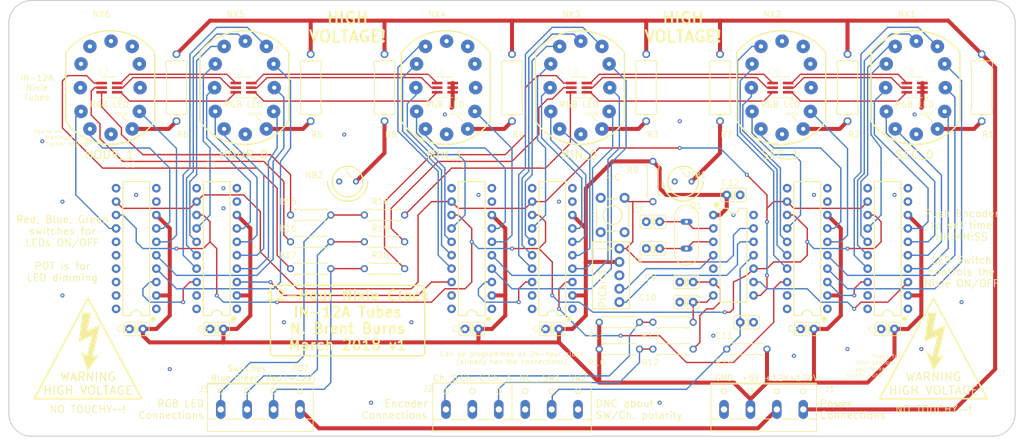
<source format=kicad_pcb>
(kicad_pcb (version 20211014) (generator pcbnew)
  (layers (0 "F.Cu" signal) (31 "B.Cu" signal) (34 "B.Paste" user) (35 "F.Paste" user) (36 "B.SilkS" user "B.Silkscreen") (37 "F.SilkS" user "F.Silkscreen") (38 "B.Mask" user) (39 "F.Mask" user) (44 "Edge.Cuts" user))
  (net 0 "")
  (net 1 "N$10")
  (net 2 "N$12")
  (net 3 "N$14")
  (net 4 "N$15")
  (net 5 "N$16")
  (net 6 "N$17")
  (net 7 "GND")
  (net 8 "N$2")
  (net 9 "N$3")
  (net 10 "N$4")
  (net 11 "N$5")
  (net 12 "N$6")
  (net 13 "N$7")
  (net 14 "N$8")
  (net 15 "N$9")
  (net 16 "N$20")
  (net 17 "N$21")
  (net 18 "N$25")
  (net 19 "N$26")
  (net 20 "N$27")
  (net 21 "N$28")
  (net 22 "N$29")
  (net 23 "N$30")
  (net 24 "N$31")
  (net 25 "N$32")
  (net 26 "N$33")
  (net 27 "N$34")
  (net 28 "N$35")
  (net 29 "N$36")
  (net 30 "N$37")
  (net 31 "N$41")
  (net 32 "N$42")
  (net 33 "N$43")
  (net 34 "N$18")
  (net 35 "N$19")
  (net 36 "N$44")
  (net 37 "N$45")
  (net 38 "N$46")
  (net 39 "N$47")
  (net 40 "N$48")
  (net 41 "N$49")
  (net 42 "N$50")
  (net 43 "N$51")
  (net 44 "N$52")
  (net 45 "N$53")
  (net 46 "N$54")
  (net 47 "N$55")
  (net 48 "N$56")
  (net 49 "N$57")
  (net 50 "N$58")
  (net 51 "N$59")
  (net 52 "N$61")
  (net 53 "N$62")
  (net 54 "N$60")
  (net 55 "N$24")
  (net 56 "N$23")
  (net 57 "N$63")
  (net 58 "N$64")
  (net 59 "N$65")
  (net 60 "N$38")
  (net 61 "N$39")
  (net 62 "N$66")
  (net 63 "N$68")
  (net 64 "N$70")
  (net 65 "N$72")
  (net 66 "N$73")
  (net 67 "N$74")
  (net 68 "N$75")
  (net 69 "N$76")
  (net 70 "N$77")
  (net 71 "N$78")
  (net 72 "N$79")
  (net 73 "N$80")
  (net 74 "N$81")
  (net 75 "N$82")
  (net 76 "N$83")
  (net 77 "N$88")
  (net 78 "N$89")
  (net 79 "N$90")
  (net 80 "N$94")
  (net 81 "N$95")
  (net 82 "N$96")
  (net 83 "N$97")
  (net 84 "N$98")
  (net 85 "N$99")
  (net 86 "N$84")
  (net 87 "N$85")
  (net 88 "N$22")
  (net 89 "N$40")
  (net 90 "N$86")
  (net 91 "+12V")
  (net 92 "+170V")
  (net 93 "+5V")
  (net 94 "N$11")
  (net 95 "N$13")
  (net 96 "N$67")
  (footprint "Nixie_v1:SCREW_TERM_5MM_1X6" (layer "F.Cu") (at 148.5011 139.9286)
    (fp_text reference "J2")
    (fp_text value "CONNECTOR_6PINSCREW_TERMINAL_5MM_PITCH" hide)
  )
  (footprint "Nixie_v1:PLCC6-LED-RGB" (layer "F.Cu") (at 97.7011 80.2386 180)
    (fp_text reference "IC12")
    (fp_text value "LED-RGB_CLY6D-FKC-CK1N1D1BB7D3D3" hide)
  )
  (footprint "Nixie_v1:DIP14" (layer "F.Cu") (at 190.4111 111.9886 -90)
    (fp_text reference "IC7")
    (fp_text value "PIC16F15325")
  )
  (footprint "Nixie_v1:0207_7" (layer "F.Cu") (at 110.4011 104.3686 180)
    (fp_text reference "R15")
    (fp_text value "300")
  )
  (footprint "Nixie_v1:C2.5-2" (layer "F.Cu") (at 192.9511 124.6886 180)
    (fp_text reference "C11")
    (fp_text value "0.1uF")
  )
  (footprint "Nixie_v1:QS" (layer "F.Cu") (at 181.5211 108.1786 90)
    (fp_text reference "Q1")
    (fp_text value "12.288MHz")
  )
  (footprint "Nixie_v1:0411_12" (layer "F.Cu") (at 124.3711 80.2386 90)
    (fp_text reference "R8")
    (fp_text value "162k")
  )
  (footprint "Nixie_v1:C2.5-2" (layer "F.Cu") (at 175.1711 110.7186 180)
    (fp_text reference "C8")
    (fp_text value "18pF")
  )
  (footprint "Nixie_v1:DIP20" (layer "F.Cu") (at 156.1211 111.9886 90)
    (fp_text reference "IC3")
    (fp_text value "TPIC6595N")
  )
  (footprint "Nixie_v1:DIP20" (layer "F.Cu") (at 140.8811 111.9886 90)
    (fp_text reference "IC4")
    (fp_text value "TPIC6595N")
  )
  (footprint "Nixie_v1:0411_12" (layer "F.Cu") (at 173.9011 80.2386 -90)
    (fp_text reference "R3")
    (fp_text value "14k")
  )
  (footprint "Nixie_v1:C2.5-2" (layer "F.Cu") (at 156.1211 125.9586)
    (fp_text reference "C3")
    (fp_text value "0.1uF")
  )
  (footprint "Nixie_v1:IN-3" (layer "F.Cu") (at 117.3861 98.0186 180)
    (fp_text reference "NB2")
    (fp_text value "IN-3" hide)
  )
  (footprint "Nixie_v1:DIP20" (layer "F.Cu") (at 204.3811 111.9886 90)
    (fp_text reference "IC2")
    (fp_text value "TPIC6595N")
  )
  (footprint "Nixie_v1:0207_7" (layer "F.Cu") (at 178.9811 129.7686 180)
    (fp_text reference "R12")
    (fp_text value "10k")
  )
  (footprint "Nixie_v1:SCREW_TERM_5MM_1X4" (layer "F.Cu") (at 196.1261 139.9286)
    (fp_text reference "J1")
    (fp_text value "Screw Terminal 4 Pin" hide)
  )
  (footprint "Nixie_v1:0411_12" (layer "F.Cu") (at 237.4011 80.2386 -90)
    (fp_text reference "R1")
    (fp_text value "14k")
  )
  (footprint "Nixie_v1:DIP20" (layer "F.Cu") (at 92.6211 111.9886 90)
    (fp_text reference "IC5")
    (fp_text value "TPIC6595N")
  )
  (footprint "Nixie_v1:HEADER_2.54MM_1X5" (layer "F.Cu") (at 168.8211 110.7186 -90)
    (fp_text reference "J4")
    (fp_text value "PICkit 3 Programmer" hide)
  )
  (footprint "Nixie_v1:0411_12" (layer "F.Cu") (at 85.0011 80.2386 -90)
    (fp_text reference "R6")
    (fp_text value "14k")
  )
  (footprint "Nixie_v1:0207_7" (layer "F.Cu") (at 168.8211 129.7686 180)
    (fp_text reference "R10")
    (fp_text value "10k")
  )
  (footprint "Nixie_v1:PLCC6-LED-RGB" (layer "F.Cu") (at 161.2011 80.2386 180)
    (fp_text reference "IC10")
    (fp_text value "LED-RGB_CLY6D-FKC-CK1N1D1BB7D3D3" hide)
  )
  (footprint "Nixie_v1:C2.5-2" (layer "F.Cu") (at 190.4111 100.5586)
    (fp_text reference "C12")
    (fp_text value "0.1uF")
  )
  (footprint "Nixie_v1:PLCC6-LED-RGB" (layer "F.Cu") (at 135.8011 80.2386 180)
    (fp_text reference "IC11")
    (fp_text value "LED-RGB_CLY6D-FKC-CK1N1D1BB7D3D3" hide)
  )
  (footprint "Nixie_v1:C2.5-2" (layer "F.Cu") (at 92.6211 125.9586)
    (fp_text reference "C5")
    (fp_text value "0.1uF")
  )
  (footprint "Nixie_v1:C2.5-2" (layer "F.Cu") (at 181.5211 120.8786 180)
    (fp_text reference "C10")
    (fp_text value "0.01uF")
  )
  (footprint "Nixie_v1:0207_7" (layer "F.Cu") (at 175.1711 98.0186 90)
    (fp_text reference "R9")
    (fp_text value "10k")
  )
  (footprint "" (layer "F.Cu") (at 57.0611 142.4686)
    (fp_text reference "@HOLE0" hide)
    (fp_text value "")
  )
  (footprint "Nixie_v1:SYMBOL_HIGH_VOLTAGE" (layer "F.Cu") (at 68.251881 139.1666)
    (fp_text reference "U$6" hide)
    (fp_text value "SYMBOL_HIGH_VOLTAGE" hide)
  )
  (footprint "Nixie_v1:DIP20" (layer "F.Cu") (at 77.3811 111.9886 90)
    (fp_text reference "IC6")
    (fp_text value "TPIC6595N")
  )
  (footprint "Nixie_v1:IN-12_NO_HOLE" (layer "F.Cu") (at 161.8361 80.2386)
    (fp_text reference "NX3")
    (fp_text value "NIXIE_IN-12A" hide)
  )
  (footprint "Nixie_v1:SYMBOL_HIGH_VOLTAGE" (layer "F.Cu") (at 228.271881 139.1666)
    (fp_text reference "SYM101" hide)
    (fp_text value "SYMBOL_HIGH_VOLTAGE" hide)
  )
  (footprint "Nixie_v1:C2.5-2" (layer "F.Cu") (at 140.8811 125.9586)
    (fp_text reference "C4")
    (fp_text value "0.1uF")
  )
  (footprint "Nixie_v1:0207_7" (layer "F.Cu") (at 178.9811 124.6886 180)
    (fp_text reference "R13")
    (fp_text value "10k")
  )
  (footprint "Nixie_v1:0411_12" (layer "F.Cu") (at 148.5011 80.2386 -90)
    (fp_text reference "R4")
    (fp_text value "14k")
  )
  (footprint "Nixie_v1:0207_7" (layer "F.Cu") (at 124.3711 104.3686)
    (fp_text reference "R18")
    (fp_text value "300")
  )
  (footprint "Nixie_v1:PLCC6-LED-RGB" (layer "F.Cu") (at 224.7011 80.2386 180)
    (fp_text reference "IC8")
    (fp_text value "LED-RGB_CLY6D-FKC-CK1N1D1BB7D3D3" hide)
  )
  (footprint "Nixie_v1:IN-12_NO_HOLE" (layer "F.Cu") (at 72.9361 80.2386)
    (fp_text reference "NX6")
    (fp_text value "NIXIE_IN-12A" hide)
  )
  (footprint "Nixie_v1:IN-12_NO_HOLE" (layer "F.Cu") (at 225.3361 80.2386)
    (fp_text reference "NX1")
    (fp_text value "NIXIE_IN-12A" hide)
  )
  (footprint "Nixie_v1:0207_7" (layer "F.Cu") (at 168.8211 124.6886 180)
    (fp_text reference "R11")
    (fp_text value "10k")
  )
  (footprint "Nixie_v1:0207_7" (layer "F.Cu") (at 192.9511 129.7686 180)
    (fp_text reference "R14")
    (fp_text value "10k")
  )
  (footprint "" (layer "F.Cu") (at 239.9411 67.5386)
    (fp_text reference "@HOLE2" hide)
    (fp_text value "")
  )
  (footprint "Nixie_v1:0207_7" (layer "F.Cu") (at 110.4011 109.4486 180)
    (fp_text reference "R16")
    (fp_text value "390")
  )
  (footprint "Nixie_v1:0207_7" (layer "F.Cu") (at 124.3711 109.4486)
    (fp_text reference "R19")
    (fp_text value "390")
  )
  (footprint "Nixie_v1:IN-3" (layer "F.Cu") (at 180.8861 98.0186 180)
    (fp_text reference "NB1")
    (fp_text value "IN-3" hide)
  )
  (footprint "Nixie_v1:PLCC6-LED-RGB" (layer "F.Cu") (at 72.3011 80.2386 180)
    (fp_text reference "IC13")
    (fp_text value "LED-RGB_CLY6D-FKC-CK1N1D1BB7D3D3" hide)
  )
  (footprint "Nixie_v1:0207_7" (layer "F.Cu") (at 124.3711 114.5286)
    (fp_text reference "R20")
    (fp_text value "576")
  )
  (footprint "Nixie_v1:0411_12" (layer "F.Cu") (at 212.0011 80.2386 -90)
    (fp_text reference "R2")
    (fp_text value "14k")
  )
  (footprint "Nixie_v1:C2.5-2" (layer "F.Cu") (at 175.1711 105.6386 180)
    (fp_text reference "C7")
    (fp_text value "18pF")
  )
  (footprint "Nixie_v1:0411_12" (layer "F.Cu") (at 110.4011 80.2386 -90)
    (fp_text reference "R5")
    (fp_text value "14k")
  )
  (footprint "Nixie_v1:0411_12" (layer "F.Cu") (at 187.8711 80.2386 90)
    (fp_text reference "R7")
    (fp_text value "162k")
  )
  (footprint "Nixie_v1:IN-12_NO_HOLE" (layer "F.Cu") (at 136.4361 80.2386)
    (fp_text reference "NX4")
    (fp_text value "NIXIE_IN-12A" hide)
  )
  (footprint "Nixie_v1:SCREW_TERM_5MM_1X4" (layer "F.Cu") (at 100.8761 139.9286)
    (fp_text reference "J3")
    (fp_text value "RGB Switches and 5k POT Connections" hide)
  )
  (footprint "Nixie_v1:C2.5-2" (layer "F.Cu") (at 181.5211 117.0686 180)
    (fp_text reference "C9")
    (fp_text value "0.01uF")
  )
  (footprint "Nixie_v1:IN-12_NO_HOLE" (layer "F.Cu") (at 199.9361 80.2386)
    (fp_text reference "NX2")
    (fp_text value "NIXIE_IN-12A" hide)
  )
  (footprint "Nixie_v1:IN-12_NO_HOLE" (layer "F.Cu") (at 98.3361 80.2386)
    (fp_text reference "NX5")
    (fp_text value "NIXIE_IN-12A" hide)
  )
  (footprint "Nixie_v1:C2.5-2" (layer "F.Cu") (at 204.3811 125.9586)
    (fp_text reference "C2")
    (fp_text value "0.1uF")
  )
  (footprint "Nixie_v1:0207_7" (layer "F.Cu") (at 110.4011 114.5286 180)
    (fp_text reference "R17")
    (fp_text value "576")
  )
  (footprint "" (layer "F.Cu") (at 57.0611 67.5386)
    (fp_text reference "@HOLE3" hide)
    (fp_text value "")
  )
  (footprint "Nixie_v1:SYMBOL_HIGH_VOLTAGE" (layer "F.Cu") (at 68.251881 139.1666)
    (fp_text reference "U$3" hide)
    (fp_text value "SYMBOL_HIGH_VOLTAGE" hide)
  )
  (footprint "Nixie_v1:C2.5-2" (layer "F.Cu") (at 77.3811 125.9586)
    (fp_text reference "C6")
    (fp_text value "0.1uF")
  )
  (footprint "Nixie_v1:C2.5-2" (layer "F.Cu") (at 219.6211 125.9586)
    (fp_text reference "C1")
    (fp_text value "0.1uF")
  )
  (footprint "Nixie_v1:PLCC6-LED-RGB" (layer "F.Cu") (at 199.3011 80.2386 180)
    (fp_text reference "IC9")
    (fp_text value "LED-RGB_CLY6D-FKC-CK1N1D1BB7D3D3" hide)
  )
  (footprint "Nixie_v1:TACTILE_SWITCH_PTH_6.0MM" (layer "F.Cu") (at 167.5511 104.3686 -90)
    (fp_text reference "S1")
    (fp_text value "!MCLR! Reset")
  )
  (footprint "Nixie_v1:DIP20" (layer "F.Cu") (at 219.6211 111.9886 90)
    (fp_text reference "IC1")
    (fp_text value "TPIC6595N")
  )
  (footprint "" (layer "F.Cu") (at 239.9411 142.4686)
    (fp_text reference "@HOLE1" hide)
    (fp_text value "")
  )
  (gr_line (start 170.7261 122.1486) (end 170.7261 109.4486) (layer "F.SilkS") (width 0.2032))
  (gr_line (start 163.6141 85.6996) (end 164.6301 86.7156) (layer "F.SilkS") (width 0.1524))
  (gr_line (start 201.7141 85.6996) (end 202.7301 86.7156) (layer "F.SilkS") (width 0.1524))
  (gr_line (start 138.2141 85.6996) (end 139.2301 86.7156) (layer "F.SilkS") (width 0.1524))
  (gr_line (start 164.3761 110.7186) (end 167.5511 110.7186) (layer "F.SilkS") (width 0.1524))
  (gr_line (start 74.7141 85.6996) (end 75.7301 86.7156) (layer "F.SilkS") (width 0.1524))
  (gr_line (start 227.1141 85.6996) (end 228.1301 86.7156) (layer "F.SilkS") (width 0.1524))
  (gr_line (start 100.1141 85.6996) (end 101.1301 86.7156) (layer "F.SilkS") (width 0.1524))
  (gr_line (start 103.4161 131.0386) (end 131.3561 131.0386) (layer "F.SilkS") (width 0.254))
  (gr_line (start 170.7261 109.4486) (end 163.7411 109.4486) (layer "F.SilkS") (width 0.2032))
  (gr_line (start 131.9911 130.4036) (end 131.9911 118.3386) (layer "F.SilkS") (width 0.254))
  (gr_arc (start 103.4161 131.0386) (mid 102.967087 130.852613) (end 102.7811 130.4036) (layer "F.SilkS") (width 0.254))
  (gr_line (start 102.7811 118.3386) (end 102.7811 130.4036) (layer "F.SilkS") (width 0.254))
  (gr_line (start 180.7591 96.2406) (end 181.7751 97.2566) (layer "F.SilkS") (width 0.1524))
  (gr_line (start 131.3561 117.7036) (end 103.4161 117.7036) (layer "F.SilkS") (width 0.254))
  (gr_line (start 117.2591 96.2406) (end 118.2751 97.2566) (layer "F.SilkS") (width 0.1524))
  (gr_arc (start 131.3561 117.7036) (mid 131.805113 117.889587) (end 131.9911 118.3386) (layer "F.SilkS") (width 0.254))
  (gr_line (start 167.5511 110.7186) (end 166.5351 110.3376) (layer "F.SilkS") (width 0.1524))
  (gr_line (start 167.5511 110.7186) (end 166.5351 111.0996) (layer "F.SilkS") (width 0.1524))
  (gr_line (start 163.7411 109.4486) (end 163.7411 122.1486) (layer "F.SilkS") (width 0.2032))
  (gr_line (start 163.7411 122.1486) (end 170.7261 122.1486) (layer "F.SilkS") (width 0.2032))
  (gr_arc (start 102.7811 118.3386) (mid 102.967087 117.889587) (end 103.4161 117.7036) (layer "F.SilkS") (width 0.254))
  (gr_arc (start 131.9911 130.4036) (mid 131.805113 130.852613) (end 131.3561 131.0386) (layer "F.SilkS") (width 0.254))
  (gr_line (start 239.415056 63.7286) (end 57.587143 63.7286) (layer "Edge.Cuts") (width 0.2032))
  (gr_arc (start 53.251099 68.064644) (mid 54.521097 64.998598) (end 57.587143 63.7286) (layer "Edge.Cuts") (width 0.2032))
  (gr_arc (start 243.751099 141.942557) (mid 242.481101 145.008602) (end 239.415056 146.2786) (layer "Edge.Cuts") (width 0.2032))
  (gr_line (start 243.7511 141.942557) (end 243.7511 68.064644) (layer "Edge.Cuts") (width 0.2032))
  (gr_arc (start 57.587141 146.2786) (mid 54.521097 145.008602) (end 53.2511 141.942557) (layer "Edge.Cuts") (width 0.2032))
  (gr_line (start 53.2511 68.064644) (end 53.2511 141.942557) (layer "Edge.Cuts") (width 0.2032))
  (gr_line (start 57.587143 146.2786) (end 239.415056 146.2786) (layer "Edge.Cuts") (width 0.2032))
  (gr_arc (start 239.415056 63.7286) (mid 242.481102 64.998598) (end 243.7511 68.064644) (layer "Edge.Cuts") (width 0.2032))
  (gr_text "RGB LED" (at 135.8011 83.4136) (layer "F.SilkS") (effects (font (size 1.143 1.143) (thickness 0.127))))
  (gr_text "ANODE" (at 228.3841 85.5726) (layer "F.SilkS") (effects (font (size 0.54864 0.54864) (thickness 0.06096)) (justify right bottom)))
  (gr_text "Ch. A" (at 146.0881 135.2296) (layer "F.SilkS") (effects (font (size 1.143 1.143) (thickness 0.127))))
  (gr_text "Encoder\nConnections" (at 132.6261 141.1986) (layer "F.SilkS") (effects (font (size 1.3716 1.3716) (thickness 0.1524)) (justify right)))
  (gr_text "Power\nConnections" (at 206.6671 141.1986) (layer "F.SilkS") (effects (font (size 1.3716 1.3716) (thickness 0.1524)) (justify left)))
  (gr_text "ANODE" (at 164.8841 85.5726) (layer "F.SilkS") (effects (font (size 0.54864 0.54864) (thickness 0.06096)) (justify right bottom)))
  (gr_text "+170V" (at 203.6191 135.2296) (layer "F.SilkS") (effects (font (size 1.143 1.143) (thickness 0.127))))
  (gr_text "RGB LED" (at 199.3011 83.4136) (layer "F.SilkS") (effects (font (size 1.143 1.143) (thickness 0.127))))
  (gr_text "RGB LED" (at 224.7011 83.4136) (layer "F.SilkS") (effects (font (size 1.143 1.143) (thickness 0.127))))
  (gr_text "RGB LED" (at 97.7011 83.4136) (layer "F.SilkS") (effects (font (size 1.143 1.143) (thickness 0.127))))
  (gr_text "HIGH\nVOLTAGE!" (at 180.8861 68.8086) (layer "F.SilkS") (effects (font (size 2.159 2.159) (thickness 0.381))))
  (gr_text "Red, Blue, Green\nswitches for\nLEDs ON/OFF\n\nPOT is for\nLED dimming" (at 63.4111 110.7186) (layer "F.SilkS") (effects (font (size 1.3716 1.3716) (thickness 0.1524))))
  (gr_text "MIN_1" (at 135.8011 92.9386) (layer "F.SilkS") (effects (font (size 1.6002 1.6002) (thickness 0.1778))))
  (gr_text "POT\n(+12V)" (at 108.3691 134.3406) (layer "F.SilkS") (effects (font (size 1.143 1.143) (thickness 0.127))))
  (gr_text "IN-12A\nNixie\nTubes" (at 58.5851 80.2386) (layer "F.SilkS") (effects (font (size 1.143 1.143) (thickness 0.127))))
  (gr_text "SW2" (at 160.9471 135.2296) (layer "F.SilkS") (effects (font (size 1.143 1.143) (thickness 0.127))))
  (gr_text "HOUR_0" (at 97.7011 92.9386) (layer "F.SilkS") (effects (font (size 1.6002 1.6002) (thickness 0.1778))))
  (gr_text "HOUR_1" (at 72.3011 92.9386) (layer "F.SilkS") (effects (font (size 1.6002 1.6002) (thickness 0.1778))))
  (gr_text "MIN_0" (at 161.2011 92.9386) (layer "F.SilkS") (effects (font (size 1.6002 1.6002) (thickness 0.1778))))
  (gr_text "ANODE" (at 139.4841 85.5726) (layer "F.SilkS") (effects (font (size 0.54864 0.54864) (thickness 0.06096)) (justify right bottom)))
  (gr_text "HIGH\nVOLTAGE!" (at 117.3861 68.8086) (layer "F.SilkS") (effects (font (size 2.159 2.159) (thickness 0.381))))
  (gr_text "PICkit3" (at 165.6461 118.3386 90) (layer "F.SilkS") (effects (font (size 1.3716 1.3716) (thickness 0.1524))))
  (gr_text "You're an          \ninanimate      \nfuckin' object! " (at 68.8721 91.2876) (layer "F.SilkS") (effects (font (size 0.73152 0.73152) (thickness 0.08128)) (justify right bottom)))
  (gr_text "Can be programmed as 24-hour clock\n(already has the connections)" (at 148.5011 131.4196) (layer "F.SilkS") (effects (font (size 0.9144 0.9144) (thickness 0.1016))))
  (gr_text "Ch. C" (at 141.0081 135.2296) (layer "F.SilkS") (effects (font (size 1.143 1.143) (thickness 0.127))))
  (gr_text "SEC_1" (at 199.3011 92.9386) (layer "F.SilkS") (effects (font (size 1.6002 1.6002) (thickness 0.1778))))
  (gr_text "NO TOUCHY~~!" (at 228.2571 141.1986) (layer "F.SilkS") (effects (font (size 1.3716 1.3716) (thickness 0.1524))))
  (gr_text "+5V" (at 193.5861 135.2296) (layer "F.SilkS") (effects (font (size 1.143 1.143) (thickness 0.127))))
  (gr_text "NC" (at 151.0411 135.2296) (layer "F.SilkS") (effects (font (size 1.143 1.143) (thickness 0.127))))
  (gr_text "PIC" (at 167.5511 97.2566) (layer "F.SilkS") (effects (font (size 1.143 1.143) (thickness 0.127))))
  (gr_text "Blue" (at 93.3831 135.2296) (layer "F.SilkS") (effects (font (size 1.143 1.143) (thickness 0.127))))
  (gr_text "ANODE" (at 202.9841 85.5726) (layer "F.SilkS") (effects (font (size 0.54864 0.54864) (thickness 0.06096)) (justify right bottom)))
  (gr_text "12-Hour Nixie Clock\nIN-12A Tubes\nN. Brent Burns\nMarch 2018 v1" (at 117.3861 124.3076) (layer "F.SilkS") (effects (font (size 1.9431 1.9431) (thickness 0.3429))))
  (gr_text "ANODE" (at 101.3841 85.5726) (layer "F.SilkS") (effects (font (size 0.54864 0.54864) (thickness 0.06096)) (justify right bottom)))
  (gr_text "ANODE" (at 75.9841 85.5726) (layer "F.SilkS") (effects (font (size 0.54864 0.54864) (thickness 0.06096)) (justify right bottom)))
  (gr_text "GND" (at 188.6331 135.2296) (layer "F.SilkS") (effects (font (size 1.143 1.143) (thickness 0.127))))
  (gr_text "Switches" (at 98.3361 133.4516) (layer "F.SilkS") (effects (font (size 1.143 1.143) (thickness 0.127))))
  (gr_text "AN" (at 181.2671 95.9866) (layer "F.SilkS") (effects (font (size 0.54864 0.54864) (thickness 0.06096)) (justify right bottom)))
  (gr_text "SEC_0" (at 224.7011 92.9386) (layer "F.SilkS") (effects (font (size 1.6002 1.6002) (thickness 0.1778))))
  (gr_text "RGB LED" (at 72.3011 83.4136) (layer "F.SilkS") (effects (font (size 1.143 1.143) (thickness 0.127))))
  (gr_text "Ch. B" (at 135.9281 135.2296) (layer "F.SilkS") (effects (font (size 1.143 1.143) (thickness 0.127))))
  (gr_text "SW1" (at 155.9941 135.2296) (layer "F.SilkS") (effects (font (size 1.143 1.143) (thickness 0.127))))
  (gr_text "AN" (at 117.7671 95.9866) (layer "F.SilkS") (effects (font (size 0.54864 0.54864) (thickness 0.06096)) (justify right bottom)))
  (gr_text "Green" (at 98.3361 135.2296) (layer "F.SilkS") (effects (font (size 1.143 1.143) (thickness 0.127))))
  (gr_text "+12V" (at 198.5391 135.2296) (layer "F.SilkS") (effects (font (size 1.143 1.143) (thickness 0.127))))
  (gr_text "Push Encoder\nto set time\nHH:MM:SS\n\nLED Switch\ncontrols the\nNixie ON/OFF" (at 233.5911 110.7186) (layer "F.SilkS") (effects (font (size 1.3716 1.3716) (thickness 0.1524))))
  (gr_text "RGB LED" (at 161.2011 83.4136) (layer "F.SilkS") (effects (font (size 1.143 1.143) (thickness 0.127))))
  (gr_text "RGB LED\nConnections" (at 90.3351 141.1986) (layer "F.SilkS") (effects (font (size 1.3716 1.3716) (thickness 0.1524)) (justify right)))
  (gr_text "DNC about\nSW/Ch. polarity" (at 164.2491 141.1986) (layer "F.SilkS") (effects (font (size 1.3716 1.3716) (thickness 0.1524)) (justify left)))
  (gr_text "Red" (at 103.4161 135.2296) (layer "F.SilkS") (effects (font (size 1.143 1.143) (thickness 0.127))))
  (gr_text "NO TOUCHY~~!" (at 68.2371 141.1986) (layer "F.SilkS") (effects (font (size 1.3716 1.3716) (thickness 0.1524))))
  (gr_text "That's for\nJohn Lennon,  \nyou Yankee    \nfuckin' cunt!      " (at 222.0341 135.1026) (layer "F.SilkS") (effects (font (size 0.73152 0.73152) (thickness 0.08128)) (justify right bottom)))
  (segment (start 235.9336 88.0561) (end 237.4011 86.5886) (width 0.762) (layer "F.Cu") (net 1))
  (segment (start 229.0186 88.0561) (end 235.9336 88.0561) (width 0.762) (layer "F.Cu") (net 1))
  (segment (start 210.5336 88.0561) (end 212.0011 86.5886) (width 0.762) (layer "F.Cu") (net 2))
  (segment (start 203.6186 88.0561) (end 210.5336 88.0561) (width 0.762) (layer "F.Cu") (net 2))
  (segment (start 172.4336 88.0561) (end 173.9011 86.5886) (width 0.762) (layer "F.Cu") (net 3))
  (segment (start 165.5186 88.0561) (end 172.4336 88.0561) (width 0.762) (layer "F.Cu") (net 3))
  (segment (start 140.1186 88.0561) (end 147.0336 88.0561) (width 0.762) (layer "F.Cu") (net 4))
  (segment (start 147.0336 88.0561) (end 148.5011 86.5886) (width 0.762) (layer "F.Cu") (net 4))
  (segment (start 108.9336 88.0561) (end 110.4011 86.5886) (width 0.762) (layer "F.Cu") (net 5))
  (segment (start 102.0186 88.0561) (end 108.9336 88.0561) (width 0.762) (layer "F.Cu") (net 5))
  (segment (start 83.5336 88.0561) (end 85.0011 86.5886) (width 0.762) (layer "F.Cu") (net 6))
  (segment (start 76.6186 88.0561) (end 83.5336 88.0561) (width 0.762) (layer "F.Cu") (net 6))
  (segment (start 137.2761 83.8436) (end 137.0711 84.0486) (width 0.762) (layer "F.Cu") (net 7))
  (segment (start 137.2761 80.2386) (end 137.2761 81.1116) (width 0.762) (layer "F.Cu") (net 7))
  (segment (start 226.1761 83.8436) (end 225.9711 84.0486) (width 0.762) (layer "F.Cu") (net 7))
  (segment (start 226.1761 81.1116) (end 226.1761 83.8436) (width 0.762) (layer "F.Cu") (net 7))
  (segment (start 226.1761 80.2386) (end 226.1761 81.1116) (width 0.762) (layer "F.Cu") (net 7))
  (segment (start 137.2761 81.1116) (end 137.2761 83.8436) (width 0.762) (layer "F.Cu") (net 7))
  (segment (start 137.2761 79.3656) (end 137.2761 80.2386) (width 0.762) (layer "F.Cu") (net 7))
  (segment (start 226.1761 79.3656) (end 226.1761 80.2386) (width 0.762) (layer "F.Cu") (net 7))
  (via (at 93.8911 103.0986) (size 0.7564) (drill 0.35) (layers "F.Cu" "B.Cu") (net 7))
  (via (at 59.6011 90.3986) (size 0.7564) (drill 0.35) (layers "F.Cu" "B.Cu") (net 7))
  (via (at 142.1511 100.5586) (size 0.7564) (drill 0.35) (layers "F.Cu" "B.Cu") (net 7))
  (via (at 224.7011 85.3186) (size 0.7564) (drill 0.35) (layers "F.Cu" "B.Cu") (net 7))
  (via (at 135.8011 85.3186) (size 0.7564) (drill 0.35) (layers "F.Cu" "B.Cu") (net 7))
  (via (at 83.7311 133.5786) (size 0.7564) (drill 0.35) (layers "F.Cu" "B.Cu") (net 7))
  (via (at 121.8311 139.9286) (size 0.7564) (drill 0.35) (layers "F.Cu" "B.Cu") (net 7))
  (via (at 116.7511 89.1286) (size 0.7564) (drill 0.35) (layers "F.Cu" "B.Cu") (net 7))
  (via (at 220.8911 100.5586) (size 0.7564) (drill 0.35) (layers "F.Cu" "B.Cu") (net 7))
  (via (at 201.8411 131.0386) (size 0.7564) (drill 0.35) (layers "F.Cu" "B.Cu") (net 7))
  (via (at 105.3211 124.6886) (size 0.7564) (drill 0.35) (layers "F.Cu" "B.Cu") (net 7))
  (via (at 233.5911 120.8786) (size 0.7564) (drill 0.35) (layers "F.Cu" "B.Cu") (net 7))
  (via (at 205.6511 100.5586) (size 0.7564) (drill 0.35) (layers "F.Cu" "B.Cu") (net 7))
  (via (at 63.4111 101.8286) (size 0.7564) (drill 0.35) (layers "F.Cu" "B.Cu") (net 7))
  (via (at 93.8911 99.2886) (size 0.7564) (drill 0.35) (layers "F.Cu" "B.Cu") (net 7))
  (via (at 180.2511 86.5886) (size 0.7564) (drill 0.35) (layers "F.Cu" "B.Cu") (net 7))
  (via (at 129.4511 124.6886) (size 0.7564) (drill 0.35) (layers "F.Cu" "B.Cu") (net 7))
  (via (at 225.9711 129.7686) (size 0.7564) (drill 0.35) (layers "F.Cu" "B.Cu") (net 7))
  (via (at 176.4411 139.9286) (size 0.7564) (drill 0.35) (layers "F.Cu" "B.Cu") (net 7))
  (via (at 186.6011 127.2286) (size 0.7564) (drill 0.35) (layers "F.Cu" "B.Cu") (net 7))
  (via (at 77.3811 100.5586) (size 0.7564) (drill 0.35) (layers "F.Cu" "B.Cu") (net 7))
  (via (at 157.3911 101.8286) (size 0.7564) (drill 0.35) (layers "F.Cu" "B.Cu") (net 7))
  (via (at 63.4111 119.6086) (size 0.7564) (drill 0.35) (layers "F.Cu" "B.Cu") (net 7))
  (via (at 212.0011 129.7686) (size 0.7564) (drill 0.35) (layers "F.Cu" "B.Cu") (net 7))
  (via (at 190.4111 104.3686) (size 0.7564) (drill 0.35) (layers "F.Cu" "B.Cu") (net 7))
  (segment (start 227.2411 114.5286) (end 231.0511 110.7186) (width 0.254) (layer "B.Cu") (net 8))
  (segment (start 231.0511 85.4061) (end 230.3836 84.7386) (width 0.254) (layer "B.Cu") (net 8))
  (segment (start 223.4311 114.5286) (end 227.2411 114.5286) (width 0.254) (layer "B.Cu") (net 8))
  (segment (start 231.0511 110.7186) (end 231.0511 85.4061) (width 0.254) (layer "B.Cu") (net 8))
  (segment (start 223.4311 111.9886) (end 227.2411 111.9886) (width 0.254) (layer "B.Cu") (net 9))
  (segment (start 227.2411 111.9886) (end 229.7811 109.4486) (width 0.254) (layer "B.Cu") (net 9))
  (segment (start 229.7811 96.8186) (end 221.0186 88.0561) (width 0.254) (layer "B.Cu") (net 9))
  (segment (start 229.7811 109.4486) (end 229.7811 96.8186) (width 0.254) (layer "B.Cu") (net 9))
  (segment (start 228.5111 98.0186) (end 219.3361 88.8436) (width 0.254) (layer "B.Cu") (net 10))
  (segment (start 228.5111 108.1786) (end 228.5111 98.0186) (width 0.254) (layer "B.Cu") (net 10))
  (segment (start 227.2411 109.4486) (end 228.5111 108.1786) (width 0.254) (layer "B.Cu") (net 10))
  (segment (start 219.3361 88.8436) (end 219.3361 84.7386) (width 0.254) (layer "B.Cu") (net 10))
  (segment (start 223.4311 109.4486) (end 227.2411 109.4486) (width 0.254) (layer "B.Cu") (net 10))
  (segment (start 219.2091 80.6506) (end 219.2091 80.2386) (width 0.254) (layer "B.Cu") (net 11))
  (segment (start 223.4311 106.9086) (end 225.9711 106.9086) (width 0.254) (layer "B.Cu") (net 11))
  (segment (start 227.2411 99.2886) (end 217.0811 89.1286) (width 0.254) (layer "B.Cu") (net 11))
  (segment (start 227.2411 105.6386) (end 227.2411 99.2886) (width 0.254) (layer "B.Cu") (net 11))
  (segment (start 225.9711 106.9086) (end 227.2411 105.6386) (width 0.254) (layer "B.Cu") (net 11))
  (segment (start 217.0811 89.1286) (end 217.0811 82.7786) (width 0.254) (layer "B.Cu") (net 11))
  (segment (start 217.0811 82.7786) (end 219.2091 80.6506) (width 0.254) (layer "B.Cu") (net 11))
  (segment (start 216.4461 77.6986) (end 218.4061 75.7386) (width 0.254) (layer "B.Cu") (net 12))
  (segment (start 218.3511 91.6686) (end 218.3511 104.3686) (width 0.254) (layer "B.Cu") (net 12))
  (segment (start 215.8111 106.9086) (end 218.3511 104.3686) (width 0.254) (layer "B.Cu") (net 12))
  (segment (start 218.4061 75.7386) (end 219.3361 75.7386) (width 0.254) (layer "B.Cu") (net 12))
  (segment (start 218.3511 91.6686) (end 216.4461 89.1286) (width 0.254) (layer "B.Cu") (net 12))
  (segment (start 216.4461 89.1286) (end 216.4461 77.6986) (width 0.254) (layer "B.Cu") (net 12))
  (segment (start 214.5411 108.1786) (end 214.5411 98.0186) (width 0.254) (layer "B.Cu") (net 13))
  (segment (start 215.8111 109.4486) (end 214.5411 108.1786) (width 0.254) (layer "B.Cu") (net 13))
  (segment (start 215.8111 76.4286) (end 219.8186 72.4211) (width 0.254) (layer "B.Cu") (net 13))
  (segment (start 219.8186 72.4211) (end 221.0186 72.4211) (width 0.254) (layer "B.Cu") (net 13))
  (segment (start 214.5411 98.0186) (end 215.8111 96.7486) (width 0.254) (layer "B.Cu") (net 13))
  (segment (start 215.8111 96.7486) (end 215.8111 76.4286) (width 0.254) (layer "B.Cu") (net 13))
  (segment (start 220.2561 70.0786) (end 223.6761 70.0786) (width 0.254) (layer "B.Cu") (net 14))
  (segment (start 215.8111 111.9886) (end 213.9061 110.0836) (width 0.254) (layer "B.Cu") (net 14))
  (segment (start 213.9061 97.7646) (end 215.1761 96.4946) (width 0.254) (layer "B.Cu") (net 14))
  (segment (start 213.9061 110.0836) (end 213.9061 97.7646) (width 0.254) (layer "B.Cu") (net 14))
  (segment (start 223.6761 70.0786) (end 225.0186 71.4211) (width 0.254) (layer "B.Cu") (net 14))
  (segment (start 215.1761 96.4946) (end 215.1761 75.1586) (width 0.254) (layer "B.Cu") (net 14))
  (segment (start 215.1761 75.1586) (end 220.2561 70.0786) (width 0.254) (layer "B.Cu") (net 14))
  (segment (start 213.2711 111.9886) (end 213.2711 97.5106) (width 0.254) (layer "B.Cu") (net 15))
  (segment (start 214.5411 73.8886) (end 219.6211 68.8086) (width 0.254) (layer "B.Cu") (net 15))
  (segment (start 225.4061 68.8086) (end 229.0186 72.4211) (width 0.254) (layer "B.Cu") (net 15))
  (segment (start 213.2711 97.5106) (end 214.5411 96.2406) (width 0.254) (layer "B.Cu") (net 15))
  (segment (start 215.8111 114.5286) (end 213.2711 111.9886) (width 0.254) (layer "B.Cu") (net 15))
  (segment (start 214.5411 96.2406) (end 214.5411 73.8886) (width 0.254) (layer "B.Cu") (net 15))
  (segment (start 219.6211 68.8086) (end 225.4061 68.8086) (width 0.254) (layer "B.Cu") (net 15))
  (segment (start 228.5111 118.3386) (end 233.5911 113.2586) (width 0.254) (layer "B.Cu") (net 16))
  (segment (start 233.5911 113.2586) (end 233.5911 78.9461) (width 0.254) (layer "B.Cu") (net 16))
  (segment (start 233.5911 78.9461) (end 230.3836 75.7386) (width 0.254) (layer "B.Cu") (net 16))
  (segment (start 212.0011 118.3386) (end 228.5111 118.3386) (width 0.254) (layer "B.Cu") (net 16))
  (segment (start 208.1911 114.5286) (end 212.0011 118.3386) (width 0.254) (layer "B.Cu") (net 16))
  (segment (start 212.0011 115.7986) (end 228.5111 115.7986) (width 0.254) (layer "B.Cu") (net 17))
  (segment (start 232.3211 82.0491) (end 230.5106 80.2386) (width 0.254) (layer "B.Cu") (net 17))
  (segment (start 228.5111 115.7986) (end 232.3211 111.9886) (width 0.254) (layer "B.Cu") (net 17))
  (segment (start 232.3211 111.9886) (end 232.3211 82.0491) (width 0.254) (layer "B.Cu") (net 17))
  (segment (start 208.1911 111.9886) (end 212.0011 115.7986) (width 0.254) (layer "B.Cu") (net 17))
  (segment (start 200.5711 109.4486) (end 199.3011 108.1786) (width 0.254) (layer "B.Cu") (net 18))
  (segment (start 192.1891 88.3666) (end 192.1891 83.5406) (width 0.254) (layer "B.Cu") (net 18))
  (segment (start 199.3011 108.1786) (end 199.3011 95.4786) (width 0.254) (layer "B.Cu") (net 18))
  (segment (start 192.1891 83.5406) (end 193.8091 81.9206) (width 0.254) (layer "B.Cu") (net 18))
  (segment (start 199.3011 95.4786) (end 192.1891 88.3666) (width 0.254) (layer "B.Cu") (net 18))
  (segment (start 193.8091 81.9206) (end 193.8091 80.2386) (width 0.254) (layer "B.Cu") (net 18))
  (segment (start 200.5711 111.9886) (end 198.6661 110.0836) (width 0.254) (layer "B.Cu") (net 19))
  (segment (start 198.6661 110.0836) (end 198.6661 95.7326) (width 0.254) (layer "B.Cu") (net 19))
  (segment (start 191.6811 88.7476) (end 191.6811 78.9686) (width 0.254) (layer "B.Cu") (net 19))
  (segment (start 193.9361 76.7136) (end 193.9361 75.7386) (width 0.254) (layer "B.Cu") (net 19))
  (segment (start 198.6661 95.7326) (end 191.6811 88.7476) (width 0.254) (layer "B.Cu") (net 19))
  (segment (start 191.6811 78.9686) (end 193.9361 76.7136) (width 0.254) (layer "B.Cu") (net 19))
  (segment (start 193.9106 72.4211) (end 195.6186 72.4211) (width 0.254) (layer "B.Cu") (net 20))
  (segment (start 191.1731 75.1586) (end 193.9106 72.4211) (width 0.254) (layer "B.Cu") (net 20))
  (segment (start 191.1731 89.2556) (end 191.1731 75.1586) (width 0.254) (layer "B.Cu") (net 20))
  (segment (start 200.5711 114.5286) (end 198.0311 111.9886) (width 0.254) (layer "B.Cu") (net 20))
  (segment (start 198.0311 111.9886) (end 198.0311 96.1136) (width 0.254) (layer "B.Cu") (net 20))
  (segment (start 198.0311 96.1136) (end 191.1731 89.2556) (width 0.254) (layer "B.Cu") (net 20))
  (segment (start 163.7411 95.4786) (end 167.5511 91.6686) (width 0.254) (layer "B.Cu") (net 21))
  (segment (start 162.4711 114.5286) (end 163.7411 113.2586) (width 0.254) (layer "B.Cu") (net 21))
  (segment (start 167.5511 91.6686) (end 167.5511 85.4061) (width 0.254) (layer "B.Cu") (net 21))
  (segment (start 163.7411 113.2586) (end 163.7411 95.4786) (width 0.254) (layer "B.Cu") (net 21))
  (segment (start 167.5511 85.4061) (end 166.8836 84.7386) (width 0.254) (layer "B.Cu") (net 21))
  (segment (start 159.9311 114.5286) (end 162.4711 114.5286) (width 0.254) (layer "B.Cu") (net 21))
  (segment (start 161.2011 111.9886) (end 163.2331 110.7186) (width 0.254) (layer "B.Cu") (net 22))
  (segment (start 163.2331 110.7186) (end 163.2331 92.9386) (width 0.254) (layer "B.Cu") (net 22))
  (segment (start 157.5886 88.0561) (end 157.5186 88.0561) (width 0.254) (layer "B.Cu") (net 22))
  (segment (start 159.9311 111.9886) (end 161.2011 111.9886) (width 0.254) (layer "B.Cu") (net 22))
  (segment (start 163.2331 92.9386) (end 157.5886 88.0561) (width 0.254) (layer "B.Cu") (net 22))
  (segment (start 162.4711 96.7486) (end 155.8361 90.1136) (width 0.254) (layer "B.Cu") (net 23))
  (segment (start 159.9311 109.4486) (end 161.2011 109.4486) (width 0.254) (layer "B.Cu") (net 23))
  (segment (start 162.4711 108.1786) (end 162.4711 96.7486) (width 0.254) (layer "B.Cu") (net 23))
  (segment (start 161.2011 109.4486) (end 162.4711 108.1786) (width 0.254) (layer "B.Cu") (net 23))
  (segment (start 155.8361 90.0176) (end 155.8361 84.7386) (width 0.254) (layer "B.Cu") (net 23))
  (segment (start 155.8361 90.1136) (end 155.8361 90.0176) (width 0.254) (layer "B.Cu") (net 23))
  (segment (start 161.2011 106.9086) (end 161.7091 106.4006) (width 0.254) (layer "B.Cu") (net 24))
  (segment (start 154.0891 81.8586) (end 155.7091 80.2386) (width 0.254) (layer "B.Cu") (net 24))
  (segment (start 161.7091 106.4006) (end 161.7091 97.3836) (width 0.254) (layer "B.Cu") (net 24))
  (segment (start 161.7091 97.3836) (end 154.0891 89.7636) (width 0.254) (layer "B.Cu") (net 24))
  (segment (start 159.9311 106.9086) (end 161.2011 106.9086) (width 0.254) (layer "B.Cu") (net 24))
  (segment (start 154.0891 89.7636) (end 154.0891 81.8586) (width 0.254) (layer "B.Cu") (net 24))
  (segment (start 153.3271 78.2476) (end 155.8361 75.7386) (width 0.254) (layer "B.Cu") (net 25))
  (segment (start 152.3111 106.9086) (end 154.8511 104.3686) (width 0.254) (layer "B.Cu") (net 25))
  (segment (start 154.8511 91.6686) (end 153.3271 90.1446) (width 0.254) (layer "B.Cu") (net 25))
  (segment (start 153.3271 90.1446) (end 153.3271 78.2476) (width 0.254) (layer "B.Cu") (net 25))
  (segment (start 154.8511 104.3686) (end 154.8511 91.6686) (width 0.254) (layer "B.Cu") (net 25))
  (segment (start 152.3111 75.1586) (end 155.0486 72.4211) (width 0.254) (layer "B.Cu") (net 26))
  (segment (start 151.0411 108.1786) (end 151.0411 98.0186) (width 0.254) (layer "B.Cu") (net 26))
  (segment (start 152.3111 109.4486) (end 151.0411 108.1786) (width 0.254) (layer "B.Cu") (net 26))
  (segment (start 152.3111 96.7486) (end 152.3111 75.1586) (width 0.254) (layer "B.Cu") (net 26))
  (segment (start 155.0486 72.4211) (end 157.5186 72.4211) (width 0.254) (layer "B.Cu") (net 26))
  (segment (start 151.0411 98.0186) (end 152.3111 96.7486) (width 0.254) (layer "B.Cu") (net 26))
  (segment (start 150.4061 110.0836) (end 150.4061 97.3836) (width 0.254) (layer "B.Cu") (net 27))
  (segment (start 152.3111 111.9886) (end 150.4061 110.0836) (width 0.254) (layer "B.Cu") (net 27))
  (segment (start 156.1211 70.0786) (end 160.1761 70.0786) (width 0.254) (layer "B.Cu") (net 27))
  (segment (start 151.6761 96.1136) (end 151.6761 74.5236) (width 0.254) (layer "B.Cu") (net 27))
  (segment (start 150.4061 97.3836) (end 151.6761 96.1136) (width 0.254) (layer "B.Cu") (net 27))
  (segment (start 160.1761 70.0786) (end 161.5186 71.4211) (width 0.254) (layer "B.Cu") (net 27))
  (segment (start 151.6761 74.5236) (end 156.1211 70.0786) (width 0.254) (layer "B.Cu") (net 27))
  (segment (start 151.0411 73.8886) (end 156.1211 68.8086) (width 0.254) (layer "B.Cu") (net 28))
  (segment (start 152.3111 114.5286) (end 149.7711 111.9886) (width 0.254) (layer "B.Cu") (net 28))
  (segment (start 149.7711 111.9886) (end 149.7711 96.7486) (width 0.254) (layer "B.Cu") (net 28))
  (segment (start 151.0411 95.4786) (end 151.0411 73.8886) (width 0.254) (layer "B.Cu") (net 28))
  (segment (start 156.1211 68.8086) (end 161.9061 68.8086) (width 0.254) (layer "B.Cu") (net 28))
  (segment (start 149.7711 96.7486) (end 151.0411 95.4786) (width 0.254) (layer "B.Cu") (net 28))
  (segment (start 161.9061 68.8086) (end 165.5186 72.4211) (width 0.254) (layer "B.Cu") (net 28))
  (segment (start 148.5011 118.3386) (end 163.4871 118.3386) (width 0.254) (layer "B.Cu") (net 29))
  (segment (start 167.2971 94.4626) (end 170.0911 91.6686) (width 0.254) (layer "B.Cu") (net 29))
  (segment (start 170.0911 91.6686) (end 170.0911 78.9461) (width 0.254) (layer "B.Cu") (net 29))
  (segment (start 144.6911 114.5286) (end 148.5011 118.3386) (width 0.254) (layer "B.Cu") (net 29))
  (segment (start 163.4871 118.3386) (end 167.2971 114.5286) (width 0.254) (layer "B.Cu") (net 29))
  (segment (start 167.2971 114.5286) (end 167.2971 94.4626) (width 0.254) (layer "B.Cu") (net 29))
  (segment (start 170.0911 78.9461) (end 166.8836 75.7386) (width 0.254) (layer "B.Cu") (net 29))
  (segment (start 166.6621 93.8276) (end 168.8211 91.6686) (width 0.254) (layer "B.Cu") (net 30))
  (segment (start 166.6621 112.8776) (end 166.6621 93.8276) (width 0.254) (layer "B.Cu") (net 30))
  (segment (start 168.8211 82.0491) (end 167.0106 80.2386) (width 0.254) (layer "B.Cu") (net 30))
  (segment (start 168.8211 91.6686) (end 168.8211 82.0491) (width 0.254) (layer "B.Cu") (net 30))
  (segment (start 163.7411 115.7986) (end 166.6621 112.8776) (width 0.254) (layer "B.Cu") (net 30))
  (segment (start 144.6911 111.9886) (end 148.5011 115.7986) (width 0.254) (layer "B.Cu") (net 30))
  (segment (start 148.5011 115.7986) (end 163.7411 115.7986) (width 0.254) (layer "B.Cu") (net 30))
  (segment (start 130.3091 81.6666) (end 130.3091 80.2386) (width 0.254) (layer "B.Cu") (net 31))
  (segment (start 137.0711 109.4486) (end 135.8011 108.1786) (width 0.254) (layer "B.Cu") (net 31))
  (segment (start 135.8011 95.4786) (end 128.6891 88.3666) (width 0.254) (layer "B.Cu") (net 31))
  (segment (start 128.6891 88.3666) (end 128.6891 83.2866) (width 0.254) (layer "B.Cu") (net 31))
  (segment (start 135.8011 108.1786) (end 135.8011 95.4786) (width 0.254) (layer "B.Cu") (net 31))
  (segment (start 128.6891 83.2866) (end 130.3091 81.6666) (width 0.254) (layer "B.Cu") (net 31))
  (segment (start 137.0711 111.9886) (end 135.1661 110.0836) (width 0.254) (layer "B.Cu") (net 32))
  (segment (start 135.1661 110.0836) (end 135.1661 95.8596) (width 0.254) (layer "B.Cu") (net 32))
  (segment (start 127.8001 88.4936) (end 127.8001 78.3746) (width 0.254) (layer "B.Cu") (net 32))
  (segment (start 127.8001 78.3746) (end 130.4361 75.7386) (width 0.254) (layer "B.Cu") (net 32))
  (segment (start 135.1661 95.8596) (end 127.8001 88.4936) (width 0.254) (layer "B.Cu") (net 32))
  (segment (start 126.9111 88.4936) (end 126.9111 76.4286) (width 0.254) (layer "B.Cu") (net 33))
  (segment (start 126.9111 76.4286) (end 130.9186 72.4211) (width 0.254) (layer "B.Cu") (net 33))
  (segment (start 134.5311 96.1136) (end 126.9111 88.4936) (width 0.254) (layer "B.Cu") (net 33))
  (segment (start 130.9186 72.4211) (end 132.1186 72.4211) (width 0.254) (layer "B.Cu") (net 33))
  (segment (start 134.5311 111.9886) (end 134.5311 96.1136) (width 0.254) (layer "B.Cu") (net 33))
  (segment (start 137.0711 114.5286) (end 134.5311 111.9886) (width 0.254) (layer "B.Cu") (net 33))
  (segment (start 104.0511 91.6686) (end 104.0511 85.4061) (width 0.254) (layer "B.Cu") (net 34))
  (segment (start 102.4001 112.3696) (end 102.4001 94.2086) (width 0.254) (layer "B.Cu") (net 34))
  (segment (start 96.4311 114.5286) (end 100.2411 114.5286) (width 0.254) (layer "B.Cu") (net 34))
  (segment (start 100.2411 114.5286) (end 102.4001 112.3696) (width 0.254) (layer "B.Cu") (net 34))
  (segment (start 102.4001 94.2086) (end 104.0511 91.6686) (width 0.254) (layer "B.Cu") (net 34))
  (segment (start 104.0511 85.4061) (end 103.3836 84.7386) (width 0.254) (layer "B.Cu") (net 34))
  (segment (start 96.4311 111.9886) (end 100.2411 111.9886) (width 0.254) (layer "B.Cu") (net 35))
  (segment (start 101.5111 110.7186) (end 101.5111 96.7486) (width 0.254) (layer "B.Cu") (net 35))
  (segment (start 100.2411 111.9886) (end 101.5111 110.7186) (width 0.254) (layer "B.Cu") (net 35))
  (segment (start 94.0186 89.2561) (end 94.0186 88.0561) (width 0.254) (layer "B.Cu") (net 35))
  (segment (start 101.5111 96.7486) (end 94.0186 89.2561) (width 0.254) (layer "B.Cu") (net 35))
  (segment (start 100.2411 97.2566) (end 92.3361 89.3516) (width 0.254) (layer "B.Cu") (net 36))
  (segment (start 100.2411 108.1786) (end 100.2411 97.2566) (width 0.254) (layer "B.Cu") (net 36))
  (segment (start 92.3361 89.3516) (end 92.3361 84.7386) (width 0.254) (layer "B.Cu") (net 36))
  (segment (start 96.4311 109.4486) (end 98.9711 109.4486) (width 0.254) (layer "B.Cu") (net 36))
  (segment (start 98.9711 109.4486) (end 100.2411 108.1786) (width 0.254) (layer "B.Cu") (net 36))
  (segment (start 90.7161 89.7636) (end 90.7161 81.7316) (width 0.254) (layer "B.Cu") (net 37))
  (segment (start 97.7011 106.9086) (end 98.9711 105.6386) (width 0.254) (layer "B.Cu") (net 37))
  (segment (start 90.7161 81.7316) (end 92.2091 80.2386) (width 0.254) (layer "B.Cu") (net 37))
  (segment (start 96.4311 106.9086) (end 97.7011 106.9086) (width 0.254) (layer "B.Cu") (net 37))
  (segment (start 98.9711 98.0186) (end 90.7161 89.7636) (width 0.254) (layer "B.Cu") (net 37))
  (segment (start 98.9711 105.6386) (end 98.9711 98.0186) (width 0.254) (layer "B.Cu") (net 37))
  (segment (start 88.8111 106.9086) (end 91.3511 104.3686) (width 0.254) (layer "B.Cu") (net 38))
  (segment (start 91.3511 91.6686) (end 90.0811 90.3986) (width 0.254) (layer "B.Cu") (net 38))
  (segment (start 90.0811 77.9936) (end 92.3361 75.7386) (width 0.254) (layer "B.Cu") (net 38))
  (segment (start 91.3511 104.3686) (end 91.3511 91.6686) (width 0.254) (layer "B.Cu") (net 38))
  (segment (start 90.0811 90.3986) (end 90.0811 77.9936) (width 0.254) (layer "B.Cu") (net 38))
  (segment (start 91.5486 72.4211) (end 94.0186 72.4211) (width 0.254) (layer "B.Cu") (net 39))
  (segment (start 88.8111 109.4486) (end 87.5411 108.1786) (width 0.254) (layer "B.Cu") (net 39))
  (segment (start 87.5411 98.0186) (end 88.8111 96.7486) (width 0.254) (layer "B.Cu") (net 39))
  (segment (start 88.8111 96.7486) (end 88.8111 75.1586) (width 0.254) (layer "B.Cu") (net 39))
  (segment (start 87.5411 108.1786) (end 87.5411 98.0186) (width 0.254) (layer "B.Cu") (net 39))
  (segment (start 88.8111 75.1586) (end 91.5486 72.4211) (width 0.254) (layer "B.Cu") (net 39))
  (segment (start 86.9061 97.3836) (end 88.1761 96.1136) (width 0.254) (layer "B.Cu") (net 40))
  (segment (start 88.8111 111.9886) (end 86.9061 110.0836) (width 0.254) (layer "B.Cu") (net 40))
  (segment (start 88.1761 96.1136) (end 88.1761 74.5236) (width 0.254) (layer "B.Cu") (net 40))
  (segment (start 96.6761 70.0786) (end 98.0186 71.4211) (width 0.254) (layer "B.Cu") (net 40))
  (segment (start 86.9061 110.0836) (end 86.9061 97.3836) (width 0.254) (layer "B.Cu") (net 40))
  (segment (start 88.1761 74.5236) (end 92.6211 70.0786) (width 0.254) (layer "B.Cu") (net 40))
  (segment (start 92.6211 70.0786) (end 96.6761 70.0786) (width 0.254) (layer "B.Cu") (net 40))
  (segment (start 86.2711 111.9886) (end 86.2711 110.7186) (width 0.254) (layer "B.Cu") (net 41))
  (segment (start 92.6211 68.8086) (end 98.4061 68.8086) (width 0.254) (layer "B.Cu") (net 41))
  (segment (start 86.2711 110.7186) (end 86.2711 96.7486) (width 0.254) (layer "B.Cu") (net 41))
  (segment (start 87.5411 95.4786) (end 87.5411 73.8886) (width 0.254) (layer "B.Cu") (net 41))
  (segment (start 86.2711 96.7486) (end 87.5411 95.4786) (width 0.254) (layer "B.Cu") (net 41))
  (segment (start 98.4061 68.8086) (end 102.0186 72.4211) (width 0.254) (layer "B.Cu") (net 41))
  (segment (start 87.5411 73.8886) (end 92.6211 68.8086) (width 0.254) (layer "B.Cu") (net 41))
  (segment (start 88.8111 114.5286) (end 86.2711 111.9886) (width 0.254) (layer "B.Cu") (net 41))
  (segment (start 81.1911 114.5286) (end 85.0011 118.3386) (width 0.254) (layer "B.Cu") (net 42))
  (segment (start 103.4161 118.3386) (end 104.6861 117.0686) (width 0.254) (layer "B.Cu") (net 42))
  (segment (start 85.0011 118.3386) (end 103.4161 118.3386) (width 0.254) (layer "B.Cu") (net 42))
  (segment (start 106.5911 91.6686) (end 106.5911 78.9461) (width 0.254) (layer "B.Cu") (net 42))
  (segment (start 104.6861 94.2086) (end 106.5911 91.6686) (width 0.254) (layer "B.Cu") (net 42))
  (segment (start 106.5911 78.9461) (end 103.3836 75.7386) (width 0.254) (layer "B.Cu") (net 42))
  (segment (start 104.6861 117.0686) (end 104.6861 94.2086) (width 0.254) (layer "B.Cu") (net 42))
  (segment (start 100.2411 115.7986) (end 103.2891 112.7506) (width 0.254) (layer "B.Cu") (net 43))
  (segment (start 103.2891 112.7506) (end 103.2891 94.2086) (width 0.254) (layer "B.Cu") (net 43))
  (segment (start 81.1911 111.9886) (end 85.0011 115.7986) (width 0.254) (layer "B.Cu") (net 43))
  (segment (start 103.2891 94.2086) (end 105.3211 91.6686) (width 0.254) (layer "B.Cu") (net 43))
  (segment (start 85.0011 115.7986) (end 100.2411 115.7986) (width 0.254) (layer "B.Cu") (net 43))
  (segment (start 105.3211 91.6686) (end 105.3211 82.0491) (width 0.254) (layer "B.Cu") (net 43))
  (segment (start 105.3211 82.0491) (end 103.5106 80.2386) (width 0.254) (layer "B.Cu") (net 43))
  (segment (start 85.0011 91.7561) (end 77.9836 84.7386) (width 0.254) (layer "B.Cu") (net 44))
  (segment (start 83.7311 109.4486) (end 85.0011 108.1786) (width 0.254) (layer "B.Cu") (net 44))
  (segment (start 85.0011 108.1786) (end 85.0011 91.7561) (width 0.254) (layer "B.Cu") (net 44))
  (segment (start 81.1911 109.4486) (end 83.7311 109.4486) (width 0.254) (layer "B.Cu") (net 44))
  (segment (start 79.9211 91.6686) (end 71.0311 91.6686) (width 0.254) (layer "B.Cu") (net 45))
  (segment (start 68.6186 89.2561) (end 68.6186 88.0561) (width 0.254) (layer "B.Cu") (net 45))
  (segment (start 82.4611 106.9086) (end 83.7311 105.6386) (width 0.254) (layer "B.Cu") (net 45))
  (segment (start 81.1911 106.9086) (end 82.4611 106.9086) (width 0.254) (layer "B.Cu") (net 45))
  (segment (start 71.0311 91.6686) (end 68.6186 89.2561) (width 0.254) (layer "B.Cu") (net 45))
  (segment (start 83.7311 105.6386) (end 83.7311 95.4786) (width 0.254) (layer "B.Cu") (net 45))
  (segment (start 83.7311 95.4786) (end 79.9211 91.6686) (width 0.254) (layer "B.Cu") (net 45))
  (segment (start 87.5411 117.0686) (end 88.8111 117.0686) (width 0.254) (layer "F.Cu") (net 46))
  (segment (start 86.2711 118.3386) (end 87.5411 117.0686) (width 0.254) (layer "F.Cu") (net 46))
  (segment (start 86.2711 120.8786) (end 86.2711 118.3386) (width 0.254) (layer "F.Cu") (net 46))
  (via (at 86.2711 120.8786) (size 0.7564) (drill 0.35) (layers "F.Cu" "B.Cu") (net 46))
  (segment (start 78.6511 119.6086) (end 79.9211 120.8786) (width 0.254) (layer "B.Cu") (net 46))
  (segment (start 78.6511 118.3386) (end 78.6511 119.6086) (width 0.254) (layer "B.Cu") (net 46))
  (segment (start 79.9211 120.8786) (end 86.2711 120.8786) (width 0.254) (layer "B.Cu") (net 46))
  (segment (start 81.1911 117.0686) (end 79.9211 117.0686) (width 0.254) (layer "B.Cu") (net 46))
  (segment (start 79.9211 117.0686) (end 78.6511 118.3386) (width 0.254) (layer "B.Cu") (net 46))
  (segment (start 133.2611 117.0686) (end 130.7211 119.6086) (width 0.254) (layer "F.Cu") (net 47))
  (segment (start 130.7211 119.6086) (end 105.3211 119.6086) (width 0.254) (layer "F.Cu") (net 47))
  (segment (start 105.3211 119.6086) (end 102.7811 117.0686) (width 0.254) (layer "F.Cu") (net 47))
  (segment (start 137.0711 117.0686) (end 133.2611 117.0686) (width 0.254) (layer "F.Cu") (net 47))
  (via (at 102.7811 117.0686) (size 0.7564) (drill 0.35) (layers "F.Cu" "B.Cu") (net 47))
  (segment (start 102.7811 117.0686) (end 96.4311 117.0686) (width 0.254) (layer "B.Cu") (net 47))
  (segment (start 149.7711 120.8786) (end 149.7711 118.3386) (width 0.254) (layer "F.Cu") (net 48))
  (segment (start 149.7711 118.3386) (end 151.0411 117.0686) (width 0.254) (layer "F.Cu") (net 48))
  (segment (start 151.0411 117.0686) (end 152.3111 117.0686) (width 0.254) (layer "F.Cu") (net 48))
  (via (at 149.7711 120.8786) (size 0.7564) (drill 0.35) (layers "F.Cu" "B.Cu") (net 48))
  (segment (start 142.1511 118.3386) (end 142.1511 119.6086) (width 0.254) (layer "B.Cu") (net 48))
  (segment (start 142.1511 119.6086) (end 143.4211 120.8786) (width 0.254) (layer "B.Cu") (net 48))
  (segment (start 143.4211 117.0686) (end 142.1511 118.3386) (width 0.254) (layer "B.Cu") (net 48))
  (segment (start 144.6911 117.0686) (end 143.4211 117.0686) (width 0.254) (layer "B.Cu") (net 48))
  (segment (start 143.4211 120.8786) (end 149.7711 120.8786) (width 0.254) (layer "B.Cu") (net 48))
  (segment (start 198.0311 118.3386) (end 198.0311 124.6886) (width 0.254) (layer "F.Cu") (net 49))
  (segment (start 158.6611 117.0686) (end 159.9311 117.0686) (width 0.254) (layer "F.Cu") (net 49))
  (segment (start 176.4411 127.2286) (end 169.0751 127.2286) (width 0.254) (layer "F.Cu") (net 49))
  (segment (start 181.5211 132.3086) (end 176.4411 127.2286) (width 0.254) (layer "F.Cu") (net 49))
  (segment (start 157.3911 122.1486) (end 157.3911 118.3386) (width 0.254) (layer "F.Cu") (net 49))
  (segment (start 190.4111 132.3086) (end 181.5211 132.3086) (width 0.254) (layer "F.Cu") (net 49))
  (segment (start 157.3911 118.3386) (end 158.6611 117.0686) (width 0.254) (layer "F.Cu") (net 49))
  (segment (start 200.5711 117.0686) (end 199.3011 117.0686) (width 0.254) (layer "F.Cu") (net 49))
  (segment (start 199.3011 117.0686) (end 198.0311 118.3386) (width 0.254) (layer "F.Cu") (net 49))
  (segment (start 198.0311 124.6886) (end 190.4111 132.3086) (width 0.254) (layer "F.Cu") (net 49))
  (via (at 169.0751 127.2286) (size 0.7564) (drill 0.35) (layers "F.Cu" "B.Cu") (net 49))
  (via (at 157.3911 122.1486) (size 0.7564) (drill 0.35) (layers "F.Cu" "B.Cu") (net 49))
  (segment (start 162.4711 127.2286) (end 157.3911 122.1486) (width 0.254) (layer "B.Cu") (net 49))
  (segment (start 169.0751 127.2286) (end 162.4711 127.2286) (width 0.254) (layer "B.Cu") (net 49))
  (segment (start 213.2711 118.3386) (end 214.5411 117.0686) (width 0.254) (layer "F.Cu") (net 50))
  (segment (start 214.5411 117.0686) (end 215.8111 117.0686) (width 0.254) (layer "F.Cu") (net 50))
  (segment (start 213.2711 119.6086) (end 213.2711 118.3386) (width 0.254) (layer "F.Cu") (net 50))
  (via (at 213.2711 119.6086) (size 0.7564) (drill 0.35) (layers "F.Cu" "B.Cu") (net 50))
  (segment (start 210.7311 119.6086) (end 213.2711 119.6086) (width 0.254) (layer "B.Cu") (net 50))
  (segment (start 208.1911 117.0686) (end 210.7311 119.6086) (width 0.254) (layer "B.Cu") (net 50))
  (segment (start 198.0311 101.8286) (end 200.5711 101.8286) (width 0.254) (layer "F.Cu") (net 51))
  (segment (start 138.3411 103.0986) (end 151.0411 103.0986) (width 0.254) (layer "F.Cu") (net 51))
  (segment (start 201.8411 103.0986) (end 214.5411 103.0986) (width 0.254) (layer "F.Cu") (net 51))
  (segment (start 196.7611 105.6386) (end 196.7611 103.0986) (width 0.254) (layer "F.Cu") (net 51))
  (segment (start 214.5411 103.0986) (end 215.8111 101.8286) (width 0.254) (layer "F.Cu") (net 51))
  (segment (start 74.8411 103.0986) (end 87.5411 103.0986) (width 0.254) (layer "F.Cu") (net 51))
  (segment (start 151.0411 103.0986) (end 152.3111 101.8286) (width 0.254) (layer "F.Cu") (net 51))
  (segment (start 137.0711 101.8286) (end 133.2611 101.8286) (width 0.254) (layer "F.Cu") (net 51))
  (segment (start 154.8511 101.8286) (end 165.0111 91.6686) (width 0.254) (layer "F.Cu") (net 51))
  (segment (start 133.2611 101.8286) (end 130.7211 104.3686) (width 0.254) (layer "F.Cu") (net 51))
  (segment (start 87.5411 103.0986) (end 88.8111 101.8286) (width 0.254) (layer "F.Cu") (net 51))
  (segment (start 100.8761 111.3536) (end 100.8761 103.7336) (width 0.254) (layer "F.Cu") (net 51))
  (segment (start 73.5711 101.8286) (end 74.8411 103.0986) (width 0.254) (layer "F.Cu") (net 51))
  (segment (start 165.0111 91.6686) (end 180.2511 91.6686) (width 0.254) (layer "F.Cu") (net 51))
  (segment (start 100.8761 103.7336) (end 97.7011 100.5586) (width 0.254) (layer "F.Cu") (net 51))
  (segment (start 137.0711 101.8286) (end 138.3411 103.0986) (width 0.254) (layer "F.Cu") (net 51))
  (segment (start 130.7211 117.0686) (end 129.4511 118.3386) (width 0.254) (layer "F.Cu") (net 51))
  (segment (start 195.4911 119.6086) (end 196.7611 118.3386) (width 0.254) (layer "F.Cu") (net 51))
  (segment (start 90.0811 100.5586) (end 88.8111 101.8286) (width 0.254) (layer "F.Cu") (net 51))
  (segment (start 192.9511 96.7486) (end 196.7611 100.5586) (width 0.254) (layer "F.Cu") (net 51))
  (segment (start 107.8611 118.3386) (end 100.8761 111.3536) (width 0.254) (layer "F.Cu") (net 51))
  (segment (start 200.5711 101.8286) (end 201.8411 103.0986) (width 0.254) (layer "F.Cu") (net 51))
  (segment (start 196.7611 118.3386) (end 196.7611 115.7986) (width 0.254) (layer "F.Cu") (net 51))
  (segment (start 196.7611 100.5586) (end 196.7611 103.0986) (width 0.254) (layer "F.Cu") (net 51))
  (segment (start 152.3111 101.8286) (end 154.8511 101.8286) (width 0.254) (layer "F.Cu") (net 51))
  (segment (start 130.7211 104.3686) (end 130.7211 117.0686) (width 0.254) (layer "F.Cu") (net 51))
  (segment (start 196.7611 103.0986) (end 198.0311 101.8286) (width 0.254) (layer "F.Cu") (net 51))
  (segment (start 129.4511 118.3386) (end 107.8611 118.3386) (width 0.254) (layer "F.Cu") (net 51))
  (segment (start 97.7011 100.5586) (end 90.0811 100.5586) (width 0.254) (layer "F.Cu") (net 51))
  (segment (start 194.2211 119.6086) (end 195.4911 119.6086) (width 0.254) (layer "F.Cu") (net 51))
  (via (at 180.2511 91.6686) (size 0.7564) (drill 0.35) (layers "F.Cu" "B.Cu") (net 51))
  (via (at 196.7611 105.6386) (size 0.7564) (drill 0.35) (layers "F.Cu" "B.Cu") (net 51))
  (via (at 196.7611 115.7986) (size 0.7564) (drill 0.35) (layers "F.Cu" "B.Cu") (net 51))
  (via (at 192.9511 96.7486) (size 0.7564) (drill 0.35) (layers "F.Cu" "B.Cu") (net 51))
  (segment (start 196.7611 115.7986) (end 196.7611 105.6386) (width 0.254) (layer "B.Cu") (net 51))
  (segment (start 187.8711 91.6686) (end 192.9511 96.7486) (width 0.254) (layer "B.Cu") (net 51))
  (segment (start 180.2511 91.6686) (end 187.8711 91.6686) (width 0.254) (layer "B.Cu") (net 51))
  (segment (start 192.9511 115.7986) (end 190.4111 117.0686) (width 0.254) (layer "F.Cu") (net 52))
  (segment (start 156.1211 113.2586) (end 153.5811 110.7186) (width 0.254) (layer "F.Cu") (net 52))
  (segment (start 91.3511 109.4486) (end 92.6211 110.7186) (width 0.254) (layer "F.Cu") (net 52))
  (segment (start 203.1111 113.2586) (end 204.3811 111.9886) (width 0.254) (layer "F.Cu") (net 52))
  (segment (start 201.8411 104.3686) (end 204.3811 106.9086) (width 0.254) (layer "F.Cu") (net 52))
  (segment (start 91.3511 109.4486) (end 91.3511 105.6386) (width 0.254) (layer "F.Cu") (net 52))
  (segment (start 194.2211 114.5286) (end 196.7611 114.5286) (width 0.254) (layer "F.Cu") (net 52))
  (segment (start 200.5711 104.3686) (end 201.8411 104.3686) (width 0.254) (layer "F.Cu") (net 52))
  (segment (start 218.3511 105.6386) (end 217.0811 104.3686) (width 0.254) (layer "F.Cu") (net 52))
  (segment (start 194.2211 114.5286) (end 192.9511 115.7986) (width 0.254) (layer "F.Cu") (net 52))
  (segment (start 154.8511 105.6386) (end 153.5811 104.3686) (width 0.254) (layer "F.Cu") (net 52))
  (segment (start 204.3811 106.9086) (end 204.3811 109.4486) (width 0.254) (layer "F.Cu") (net 52))
  (segment (start 190.4111 117.0686) (end 190.4111 122.1486) (width 0.254) (layer "F.Cu") (net 52))
  (segment (start 104.0511 120.8786) (end 133.2611 120.8786) (width 0.254) (layer "F.Cu") (net 52))
  (segment (start 156.1211 119.6086) (end 156.1211 113.2586) (width 0.254) (layer "F.Cu") (net 52))
  (segment (start 190.4111 122.1486) (end 189.7761 122.7836) (width 0.254) (layer "F.Cu") (net 52))
  (segment (start 85.0011 110.7186) (end 90.0811 110.7186) (width 0.254) (layer "F.Cu") (net 52))
  (segment (start 153.5811 104.3686) (end 152.3111 104.3686) (width 0.254) (layer "F.Cu") (net 52))
  (segment (start 153.5811 110.7186) (end 154.8511 109.4486) (width 0.254) (layer "F.Cu") (net 52))
  (segment (start 92.6211 110.7186) (end 92.6211 119.6086) (width 0.254) (layer "F.Cu") (net 52))
  (segment (start 91.3511 105.6386) (end 90.0811 104.3686) (width 0.254) (layer "F.Cu") (net 52))
  (segment (start 140.8811 117.0686) (end 140.8811 109.4486) (width 0.254) (layer "F.Cu") (net 52))
  (segment (start 148.5011 110.7186) (end 153.5811 110.7186) (width 0.254) (layer "F.Cu") (net 52))
  (segment (start 133.2611 120.8786) (end 135.8011 118.3386) (width 0.254) (layer "F.Cu") (net 52))
  (segment (start 90.0811 104.3686) (end 88.8111 104.3686) (width 0.254) (layer "F.Cu") (net 52))
  (segment (start 138.3411 104.3686) (end 140.8811 106.9086) (width 0.254) (layer "F.Cu") (net 52))
  (segment (start 198.0311 113.2586) (end 203.1111 113.2586) (width 0.254) (layer "F.Cu") (net 52))
  (segment (start 212.0011 110.7186) (end 217.0811 110.7186) (width 0.254) (layer "F.Cu") (net 52))
  (segment (start 137.0711 104.3686) (end 138.3411 104.3686) (width 0.254) (layer "F.Cu") (net 52))
  (segment (start 154.8511 109.4486) (end 154.8511 105.6386) (width 0.254) (layer "F.Cu") (net 52))
  (segment (start 204.3811 111.9886) (end 204.3811 109.4486) (width 0.254) (layer "F.Cu") (net 52))
  (segment (start 217.0811 110.7186) (end 218.3511 109.4486) (width 0.254) (layer "F.Cu") (net 52))
  (segment (start 196.7611 114.5286) (end 198.0311 113.2586) (width 0.254) (layer "F.Cu") (net 52))
  (segment (start 135.8011 118.3386) (end 139.6111 118.3386) (width 0.254) (layer "F.Cu") (net 52))
  (segment (start 90.0811 110.7186) (end 91.3511 109.4486) (width 0.254) (layer "F.Cu") (net 52))
  (segment (start 218.3511 109.4486) (end 218.3511 105.6386) (width 0.254) (layer "F.Cu") (net 52))
  (segment (start 140.8811 106.9086) (end 140.8811 109.4486) (width 0.254) (layer "F.Cu") (net 52))
  (segment (start 139.6111 118.3386) (end 140.8811 117.0686) (width 0.254) (layer "F.Cu") (net 52))
  (segment (start 189.7761 122.7836) (end 188.7601 122.7836) (width 0.254) (layer "F.Cu") (net 52))
  (segment (start 217.0811 104.3686) (end 215.8111 104.3686) (width 0.254) (layer "F.Cu") (net 52))
  (via (at 156.1211 119.6086) (size 0.7564) (drill 0.35) (layers "F.Cu" "B.Cu") (net 52))
  (via (at 85.0011 110.7186) (size 0.7564) (drill 0.35) (layers "F.Cu" "B.Cu") (net 52))
  (via (at 212.0011 110.7186) (size 0.7564) (drill 0.35) (layers "F.Cu" "B.Cu") (net 52))
  (via (at 148.5011 110.7186) (size 0.7564) (drill 0.35) (layers "F.Cu" "B.Cu") (net 52))
  (via (at 140.8811 109.4486) (size 0.7564) (drill 0.35) (layers "F.Cu" "B.Cu") (net 52))
  (via (at 204.3811 109.4486) (size 0.7564) (drill 0.35) (layers "F.Cu" "B.Cu") (net 52))
  (via (at 188.7601 122.7836) (size 0.7564) (drill 0.35) (layers "F.Cu" "B.Cu") (net 52))
  (via (at 104.0511 120.8786) (size 0.7564) (drill 0.35) (layers "F.Cu" "B.Cu") (net 52))
  (via (at 92.6211 119.6086) (size 0.7564) (drill 0.35) (layers "F.Cu" "B.Cu") (net 52))
  (segment (start 78.6511 110.7186) (end 85.0011 110.7186) (width 0.254) (layer "B.Cu") (net 52))
  (segment (start 140.8811 109.4486) (end 142.1511 110.7186) (width 0.254) (layer "B.Cu") (net 52))
  (segment (start 74.8411 104.3686) (end 77.3811 106.9086) (width 0.254) (layer "B.Cu") (net 52))
  (segment (start 73.5711 104.3686) (end 74.8411 104.3686) (width 0.254) (layer "B.Cu") (net 52))
  (segment (start 188.7601 122.7836) (end 177.0761 122.7836) (width 0.254) (layer "B.Cu") (net 52))
  (segment (start 157.3911 120.8786) (end 156.1211 119.6086) (width 0.254) (layer "B.Cu") (net 52))
  (segment (start 142.1511 110.7186) (end 148.5011 110.7186) (width 0.254) (layer "B.Cu") (net 52))
  (segment (start 93.8911 120.8786) (end 104.0511 120.8786) (width 0.254) (layer "B.Cu") (net 52))
  (segment (start 205.6511 110.7186) (end 212.0011 110.7186) (width 0.254) (layer "B.Cu") (net 52))
  (segment (start 177.0761 122.7836) (end 175.1711 122.7836) (width 0.254) (layer "B.Cu") (net 52))
  (segment (start 175.1711 122.7836) (end 163.8681 122.7836) (width 0.254) (layer "B.Cu") (net 52))
  (segment (start 161.2011 120.8786) (end 157.3911 120.8786) (width 0.254) (layer "B.Cu") (net 52))
  (segment (start 77.3811 106.9086) (end 77.3811 109.4486) (width 0.254) (layer "B.Cu") (net 52))
  (segment (start 92.6211 119.6086) (end 93.8911 120.8786) (width 0.254) (layer "B.Cu") (net 52))
  (segment (start 204.3811 109.4486) (end 205.6511 110.7186) (width 0.254) (layer "B.Cu") (net 52))
  (segment (start 163.8681 122.7836) (end 161.2011 120.8786) (width 0.254) (layer "B.Cu") (net 52))
  (segment (start 77.3811 109.4486) (end 78.6511 110.7186) (width 0.254) (layer "B.Cu") (net 52))
  (segment (start 214.5411 120.8786) (end 213.2711 122.1486) (width 0.254) (layer "F.Cu") (net 53))
  (segment (start 219.6211 120.8786) (end 214.5411 120.8786) (width 0.254) (layer "F.Cu") (net 53))
  (segment (start 223.4311 117.0686) (end 219.6211 120.8786) (width 0.254) (layer "F.Cu") (net 53))
  (via (at 213.2711 122.1486) (size 0.7564) (drill 0.35) (layers "F.Cu" "B.Cu") (net 53))
  (segment (start 196.7611 118.3386) (end 204.3811 118.3386) (width 0.254) (layer "B.Cu") (net 53))
  (segment (start 204.3811 118.3386) (end 206.9211 120.8786) (width 0.254) (layer "B.Cu") (net 53))
  (segment (start 195.4911 117.0686) (end 196.7611 118.3386) (width 0.254) (layer "B.Cu") (net 53))
  (segment (start 212.0011 120.8786) (end 213.2711 122.1486) (width 0.254) (layer "B.Cu") (net 53))
  (segment (start 206.9211 120.8786) (end 212.0011 120.8786) (width 0.254) (layer "B.Cu") (net 53))
  (segment (start 194.2211 117.0686) (end 195.4911 117.0686) (width 0.254) (layer "B.Cu") (net 53))
  (segment (start 201.8411 92.9386) (end 198.0311 92.9386) (width 0.254) (layer "B.Cu") (net 54))
  (segment (start 200.5711 106.9086) (end 203.1111 104.3686) (width 0.254) (layer "B.Cu") (net 54))
  (segment (start 198.0311 92.9386) (end 193.9361 88.8436) (width 0.254) (layer "B.Cu") (net 54))
  (segment (start 203.1111 94.2086) (end 201.8411 92.9386) (width 0.254) (layer "B.Cu") (net 54))
  (segment (start 193.9361 88.8436) (end 193.9361 84.7386) (width 0.254) (layer "B.Cu") (net 54))
  (segment (start 203.1111 104.3686) (end 203.1111 94.2086) (width 0.254) (layer "B.Cu") (net 54))
  (segment (start 210.7311 95.4786) (end 206.9211 91.6686) (width 0.254) (layer "B.Cu") (net 55))
  (segment (start 210.7311 105.6386) (end 210.7311 95.4786) (width 0.254) (layer "B.Cu") (net 55))
  (segment (start 209.4611 106.9086) (end 210.7311 105.6386) (width 0.254) (layer "B.Cu") (net 55))
  (segment (start 208.1911 106.9086) (end 209.4611 106.9086) (width 0.254) (layer "B.Cu") (net 55))
  (segment (start 206.9211 91.6686) (end 198.0311 91.6686) (width 0.254) (layer "B.Cu") (net 55))
  (segment (start 195.6186 89.2561) (end 195.6186 88.0561) (width 0.254) (layer "B.Cu") (net 55))
  (segment (start 198.0311 91.6686) (end 195.6186 89.2561) (width 0.254) (layer "B.Cu") (net 55))
  (segment (start 208.1911 109.4486) (end 210.7311 109.4486) (width 0.254) (layer "B.Cu") (net 56))
  (segment (start 212.0011 91.7561) (end 204.9836 84.7386) (width 0.254) (layer "B.Cu") (net 56))
  (segment (start 210.7311 109.4486) (end 212.0011 108.1786) (width 0.254) (layer "B.Cu") (net 56))
  (segment (start 212.0011 108.1786) (end 212.0011 91.7561) (width 0.254) (layer "B.Cu") (net 56))
  (segment (start 139.6111 104.3686) (end 139.6111 94.2086) (width 0.254) (layer "B.Cu") (net 57))
  (segment (start 137.0711 106.9086) (end 139.6111 104.3686) (width 0.254) (layer "B.Cu") (net 57))
  (segment (start 138.3411 92.9386) (end 134.5311 92.9386) (width 0.254) (layer "B.Cu") (net 57))
  (segment (start 130.4361 88.8436) (end 130.4361 84.7386) (width 0.254) (layer "B.Cu") (net 57))
  (segment (start 139.6111 94.2086) (end 138.3411 92.9386) (width 0.254) (layer "B.Cu") (net 57))
  (segment (start 134.5311 92.9386) (end 130.4361 88.8436) (width 0.254) (layer "B.Cu") (net 57))
  (segment (start 145.9611 106.9086) (end 147.2311 105.6386) (width 0.254) (layer "B.Cu") (net 58))
  (segment (start 134.5311 91.6686) (end 132.1186 89.2561) (width 0.254) (layer "B.Cu") (net 58))
  (segment (start 132.1186 89.2561) (end 132.1186 88.0561) (width 0.254) (layer "B.Cu") (net 58))
  (segment (start 143.4211 91.6686) (end 134.5311 91.6686) (width 0.254) (layer "B.Cu") (net 58))
  (segment (start 147.2311 105.6386) (end 147.2311 95.4786) (width 0.254) (layer "B.Cu") (net 58))
  (segment (start 147.2311 95.4786) (end 143.4211 91.6686) (width 0.254) (layer "B.Cu") (net 58))
  (segment (start 144.6911 106.9086) (end 145.9611 106.9086) (width 0.254) (layer "B.Cu") (net 58))
  (segment (start 147.2311 109.4486) (end 148.5011 108.1786) (width 0.254) (layer "B.Cu") (net 59))
  (segment (start 148.5011 108.1786) (end 148.5011 91.7561) (width 0.254) (layer "B.Cu") (net 59))
  (segment (start 148.5011 91.7561) (end 141.4836 84.7386) (width 0.254) (layer "B.Cu") (net 59))
  (segment (start 144.6911 109.4486) (end 147.2311 109.4486) (width 0.254) (layer "B.Cu") (net 59))
  (segment (start 181.5211 105.6386) (end 182.7911 106.9086) (width 0.254) (layer "F.Cu") (net 60))
  (segment (start 182.7911 106.9086) (end 186.6011 106.9086) (width 0.254) (layer "F.Cu") (net 60))
  (segment (start 176.4411 105.6386) (end 181.5211 105.6386) (width 0.254) (layer "F.Cu") (net 60))
  (segment (start 181.5211 110.7186) (end 182.7911 109.4486) (width 0.254) (layer "F.Cu") (net 61))
  (segment (start 182.7911 109.4486) (end 186.6011 109.4486) (width 0.254) (layer "F.Cu") (net 61))
  (segment (start 176.4411 110.7186) (end 181.5211 110.7186) (width 0.254) (layer "F.Cu") (net 61))
  (segment (start 168.8211 110.7186) (end 170.0911 110.7186) (width 0.254) (layer "F.Cu") (net 62))
  (segment (start 185.3311 113.2586) (end 172.6311 113.2586) (width 0.254) (layer "F.Cu") (net 62))
  (segment (start 186.6011 111.9886) (end 185.3311 113.2586) (width 0.254) (layer "F.Cu") (net 62))
  (segment (start 169.8117 101.1174) (end 170.5229 101.8286) (width 0.254) (layer "F.Cu") (net 62))
  (segment (start 170.5229 101.8286) (end 171.3611 101.8286) (width 0.254) (layer "F.Cu") (net 62))
  (segment (start 171.3611 101.8286) (end 175.1711 101.8286) (width 0.254) (layer "F.Cu") (net 62))
  (segment (start 170.0911 110.7186) (end 171.3611 109.4486) (width 0.254) (layer "F.Cu") (net 62))
  (segment (start 172.6311 113.2586) (end 170.0911 110.7186) (width 0.254) (layer "F.Cu") (net 62))
  (segment (start 171.3611 109.4486) (end 171.3611 101.8286) (width 0.254) (layer "F.Cu") (net 62))
  (segment (start 189.1411 129.7686) (end 191.6811 127.2286) (width 0.254) (layer "B.Cu") (net 63))
  (segment (start 191.6811 114.5286) (end 194.2211 111.9886) (width 0.254) (layer "B.Cu") (net 63))
  (segment (start 157.3911 137.3886) (end 181.5211 137.3886) (width 0.254) (layer "B.Cu") (net 63))
  (segment (start 191.6811 127.2286) (end 191.6811 124.6886) (width 0.254) (layer "B.Cu") (net 63))
  (segment (start 156.1211 138.6586) (end 157.3911 137.3886) (width 0.254) (layer "B.Cu") (net 63))
  (segment (start 156.0011 141.1986) (end 156.1211 141.0786) (width 0.254) (layer "B.Cu") (net 63))
  (segment (start 181.5211 137.3886) (end 189.1411 129.7686) (width 0.254) (layer "B.Cu") (net 63))
  (segment (start 156.1211 141.0786) (end 156.1211 138.6586) (width 0.254) (layer "B.Cu") (net 63))
  (segment (start 191.6811 124.6886) (end 191.6811 114.5286) (width 0.254) (layer "B.Cu") (net 63))
  (segment (start 182.7911 120.8786) (end 185.3311 120.8786) (width 0.254) (layer "F.Cu") (net 64))
  (segment (start 185.3311 120.8786) (end 186.6011 119.6086) (width 0.254) (layer "F.Cu") (net 64))
  (segment (start 182.7911 120.8786) (end 182.7911 124.6886) (width 0.254) (layer "F.Cu") (net 64))
  (segment (start 74.4441 81.1116) (end 76.1111 82.7786) (width 0.254) (layer "F.Cu") (net 65))
  (segment (start 73.7761 81.1116) (end 74.4441 81.1116) (width 0.254) (layer "F.Cu") (net 65))
  (segment (start 94.5591 82.7786) (end 96.2261 81.1116) (width 0.254) (layer "F.Cu") (net 65))
  (segment (start 76.1111 82.7786) (end 94.5591 82.7786) (width 0.254) (layer "F.Cu") (net 65))
  (segment (start 101.5111 82.7786) (end 132.6591 82.7786) (width 0.254) (layer "F.Cu") (net 66))
  (segment (start 132.6591 82.7786) (end 134.3261 81.1116) (width 0.254) (layer "F.Cu") (net 66))
  (segment (start 99.1761 81.1116) (end 99.8441 81.1116) (width 0.254) (layer "F.Cu") (net 66))
  (segment (start 99.8441 81.1116) (end 101.5111 82.7786) (width 0.254) (layer "F.Cu") (net 66))
  (segment (start 203.1111 82.7786) (end 221.5591 82.7786) (width 0.254) (layer "F.Cu") (net 67))
  (segment (start 200.7761 81.1116) (end 201.4441 81.1116) (width 0.254) (layer "F.Cu") (net 67))
  (segment (start 201.4441 81.1116) (end 203.1111 82.7786) (width 0.254) (layer "F.Cu") (net 67))
  (segment (start 221.5591 82.7786) (end 223.2261 81.1116) (width 0.254) (layer "F.Cu") (net 67))
  (segment (start 165.0111 82.7786) (end 196.1591 82.7786) (width 0.254) (layer "F.Cu") (net 68))
  (segment (start 196.1591 82.7786) (end 197.8261 81.1116) (width 0.254) (layer "F.Cu") (net 68))
  (segment (start 162.6761 81.1116) (end 163.3441 81.1116) (width 0.254) (layer "F.Cu") (net 68))
  (segment (start 163.3441 81.1116) (end 165.0111 82.7786) (width 0.254) (layer "F.Cu") (net 68))
  (segment (start 95.1611 80.2386) (end 96.2261 80.2386) (width 0.254) (layer "F.Cu") (net 69))
  (segment (start 93.2561 78.3336) (end 95.1611 80.2386) (width 0.254) (layer "F.Cu") (net 69))
  (segment (start 76.7461 78.3336) (end 93.2561 78.3336) (width 0.254) (layer "F.Cu") (net 69))
  (segment (start 74.8411 80.2386) (end 76.7461 78.3336) (width 0.254) (layer "F.Cu") (net 69))
  (segment (start 73.7761 80.2386) (end 74.8411 80.2386) (width 0.254) (layer "F.Cu") (net 69))
  (segment (start 99.1761 80.2386) (end 100.2411 80.2386) (width 0.254) (layer "F.Cu") (net 70))
  (segment (start 133.2611 80.2386) (end 134.3261 80.2386) (width 0.254) (layer "F.Cu") (net 70))
  (segment (start 100.2411 80.2386) (end 102.1461 78.3336) (width 0.254) (layer "F.Cu") (net 70))
  (segment (start 131.3561 78.3336) (end 133.2611 80.2386) (width 0.254) (layer "F.Cu") (net 70))
  (segment (start 102.1461 78.3336) (end 131.3561 78.3336) (width 0.254) (layer "F.Cu") (net 70))
  (segment (start 132.6591 77.6986) (end 134.3261 79.3656) (width 0.254) (layer "F.Cu") (net 71))
  (segment (start 101.5111 77.6986) (end 132.6591 77.6986) (width 0.254) (layer "F.Cu") (net 71))
  (segment (start 99.1761 79.3656) (end 99.8441 79.3656) (width 0.254) (layer "F.Cu") (net 71))
  (segment (start 99.8441 79.3656) (end 101.5111 77.6986) (width 0.254) (layer "F.Cu") (net 71))
  (segment (start 76.1111 77.6986) (end 94.5591 77.6986) (width 0.254) (layer "F.Cu") (net 72))
  (segment (start 73.7761 79.3656) (end 74.4441 79.3656) (width 0.254) (layer "F.Cu") (net 72))
  (segment (start 94.5591 77.6986) (end 96.2261 79.3656) (width 0.254) (layer "F.Cu") (net 72))
  (segment (start 74.4441 79.3656) (end 76.1111 77.6986) (width 0.254) (layer "F.Cu") (net 72))
  (segment (start 163.7411 80.2386) (end 165.6461 78.3336) (width 0.254) (layer "F.Cu") (net 73))
  (segment (start 162.6761 80.2386) (end 163.7411 80.2386) (width 0.254) (layer "F.Cu") (net 73))
  (segment (start 196.7611 80.2386) (end 197.8261 80.2386) (width 0.254) (layer "F.Cu") (net 73))
  (segment (start 165.6461 78.3336) (end 194.8561 78.3336) (width 0.254) (layer "F.Cu") (net 73))
  (segment (start 194.8561 78.3336) (end 196.7611 80.2386) (width 0.254) (layer "F.Cu") (net 73))
  (segment (start 200.7761 80.2386) (end 201.8411 80.2386) (width 0.254) (layer "F.Cu") (net 74))
  (segment (start 203.7461 78.3336) (end 220.2561 78.3336) (width 0.254) (layer "F.Cu") (net 74))
  (segment (start 222.1611 80.2386) (end 223.2261 80.2386) (width 0.254) (layer "F.Cu") (net 74))
  (segment (start 220.2561 78.3336) (end 222.1611 80.2386) (width 0.254) (layer "F.Cu") (net 74))
  (segment (start 201.8411 80.2386) (end 203.7461 78.3336) (width 0.254) (layer "F.Cu") (net 74))
  (segment (start 203.1111 77.6986) (end 221.5591 77.6986) (width 0.254) (layer "F.Cu") (net 75))
  (segment (start 201.4441 79.3656) (end 203.1111 77.6986) (width 0.254) (layer "F.Cu") (net 75))
  (segment (start 200.7761 79.3656) (end 201.4441 79.3656) (width 0.254) (layer "F.Cu") (net 75))
  (segment (start 221.5591 77.6986) (end 223.2261 79.3656) (width 0.254) (layer "F.Cu") (net 75))
  (segment (start 162.6761 79.3656) (end 163.3441 79.3656) (width 0.254) (layer "F.Cu") (net 76))
  (segment (start 163.3441 79.3656) (end 165.0111 77.6986) (width 0.254) (layer "F.Cu") (net 76))
  (segment (start 196.1591 77.6986) (end 197.8261 79.3656) (width 0.254) (layer "F.Cu") (net 76))
  (segment (start 165.0111 77.6986) (end 196.1591 77.6986) (width 0.254) (layer "F.Cu") (net 76))
  (segment (start 120.5611 104.3686) (end 114.2111 104.3686) (width 0.254) (layer "F.Cu") (net 77))
  (segment (start 93.3761 141.1986) (end 93.3761 137.9036) (width 0.254) (layer "B.Cu") (net 77))
  (segment (start 107.8611 132.3086) (end 109.1311 131.0386) (width 0.254) (layer "B.Cu") (net 77))
  (segment (start 98.9711 132.3086) (end 107.8611 132.3086) (width 0.254) (layer "B.Cu") (net 77))
  (segment (start 109.1311 131.0386) (end 109.1311 109.4486) (width 0.254) (layer "B.Cu") (net 77))
  (segment (start 93.3761 137.9036) (end 98.9711 132.3086) (width 0.254) (layer "B.Cu") (net 77))
  (segment (start 109.1311 109.4486) (end 114.2111 104.3686) (width 0.254) (layer "B.Cu") (net 77))
  (segment (start 114.2111 109.4486) (end 120.5611 109.4486) (width 0.254) (layer "F.Cu") (net 78))
  (segment (start 101.5111 134.8486) (end 110.4011 134.8486) (width 0.254) (layer "B.Cu") (net 78))
  (segment (start 98.3761 141.1986) (end 98.3761 137.9836) (width 0.254) (layer "B.Cu") (net 78))
  (segment (start 111.6711 133.5786) (end 111.6711 111.9886) (width 0.254) (layer "B.Cu") (net 78))
  (segment (start 110.4011 134.8486) (end 111.6711 133.5786) (width 0.254) (layer "B.Cu") (net 78))
  (segment (start 111.6711 111.9886) (end 114.2111 109.4486) (width 0.254) (layer "B.Cu") (net 78))
  (segment (start 98.3761 137.9836) (end 101.5111 134.8486) (width 0.254) (layer "B.Cu") (net 78))
  (segment (start 120.5611 114.5286) (end 114.2111 114.5286) (width 0.254) (layer "F.Cu") (net 79))
  (segment (start 114.2111 136.1186) (end 114.2111 114.5286) (width 0.254) (layer "B.Cu") (net 79))
  (segment (start 103.3761 138.0636) (end 104.0511 137.3886) (width 0.254) (layer "B.Cu") (net 79))
  (segment (start 104.0511 137.3886) (end 112.9411 137.3886) (width 0.254) (layer "B.Cu") (net 79))
  (segment (start 112.9411 137.3886) (end 114.2111 136.1186) (width 0.254) (layer "B.Cu") (net 79))
  (segment (start 103.3761 141.1986) (end 103.3761 138.0636) (width 0.254) (layer "B.Cu") (net 79))
  (segment (start 102.7811 92.9386) (end 78.6511 92.9386) (width 0.254) (layer "F.Cu") (net 80))
  (segment (start 106.5911 104.3686) (end 106.5911 96.7486) (width 0.254) (layer "F.Cu") (net 80))
  (segment (start 78.6511 92.9386) (end 74.5871 89.1286) (width 0.254) (layer "F.Cu") (net 80))
  (segment (start 74.5871 89.1286) (end 74.5871 87.8586) (width 0.254) (layer "F.Cu") (net 80))
  (segment (start 102.7811 92.9386) (end 78.6511 92.9386) (width 0.254) (layer "F.Cu") (net 80))
  (segment (start 70.8261 83.8436) (end 70.8261 81.1116) (width 0.254) (layer "F.Cu") (net 80))
  (segment (start 102.7811 92.9386) (end 78.6511 92.9386) (width 0.254) (layer "F.Cu") (net 80))
  (segment (start 106.5911 96.7486) (end 102.7811 92.9386) (width 0.254) (layer "F.Cu") (net 80))
  (segment (start 74.5871 87.8586) (end 70.8261 83.8436) (width 0.254) (layer "F.Cu") (net 80))
  (segment (start 101.5111 94.2086) (end 74.8411 94.2086) (width 0.254) (layer "F.Cu") (net 81))
  (segment (start 105.3211 108.1786) (end 105.3211 98.0186) (width 0.254) (layer "F.Cu") (net 81))
  (segment (start 106.5911 109.4486) (end 105.3211 108.1786) (width 0.254) (layer "F.Cu") (net 81))
  (segment (start 70.5231 89.8906) (end 70.5231 87.0966) (width 0.254) (layer "F.Cu") (net 81))
  (segment (start 68.8721 80.8736) (end 69.5071 80.2386) (width 0.254) (layer "F.Cu") (net 81))
  (segment (start 74.8411 94.2086) (end 70.5231 89.8906) (width 0.254) (layer "F.Cu") (net 81))
  (segment (start 69.5071 80.2386) (end 70.8261 80.2386) (width 0.254) (layer "F.Cu") (net 81))
  (segment (start 105.3211 98.0186) (end 101.5111 94.2086) (width 0.254) (layer "F.Cu") (net 81))
  (segment (start 68.8721 85.4456) (end 68.8721 80.8736) (width 0.254) (layer "F.Cu") (net 81))
  (segment (start 70.5231 87.0966) (end 68.8721 85.4456) (width 0.254) (layer "F.Cu") (net 81))
  (segment (start 100.2411 95.4786) (end 71.0311 95.4786) (width 0.254) (layer "F.Cu") (net 82))
  (segment (start 104.0511 111.9886) (end 104.0511 99.2886) (width 0.254) (layer "F.Cu") (net 82))
  (segment (start 63.4111 78.9686) (end 64.4271 77.9526) (width 0.254) (layer "F.Cu") (net 82))
  (segment (start 106.5911 114.5286) (end 104.0511 111.9886) (width 0.254) (layer "F.Cu") (net 82))
  (segment (start 67.9831 77.9526) (end 69.3961 79.3656) (width 0.254) (layer "F.Cu") (net 82))
  (segment (start 71.0311 95.4786) (end 63.4111 87.8586) (width 0.254) (layer "F.Cu") (net 82))
  (segment (start 64.4271 77.9526) (end 67.9831 77.9526) (width 0.254) (layer "F.Cu") (net 82))
  (segment (start 104.0511 99.2886) (end 100.2411 95.4786) (width 0.254) (layer "F.Cu") (net 82))
  (segment (start 69.3961 79.3656) (end 70.8261 79.3656) (width 0.254) (layer "F.Cu") (net 82))
  (segment (start 63.4111 87.8586) (end 63.4111 78.9686) (width 0.254) (layer "F.Cu") (net 82))
  (segment (start 154.8511 95.4786) (end 159.5501 90.7796) (width 0.254) (layer "F.Cu") (net 83))
  (segment (start 128.1811 104.3686) (end 137.0711 95.4786) (width 0.254) (layer "F.Cu") (net 83))
  (segment (start 159.5501 90.7796) (end 159.5501 81.2876) (width 0.254) (layer "F.Cu") (net 83))
  (segment (start 137.0711 95.4786) (end 154.8511 95.4786) (width 0.254) (layer "F.Cu") (net 83))
  (segment (start 159.5501 81.2876) (end 159.7261 81.1116) (width 0.254) (layer "F.Cu") (net 83))
  (segment (start 155.2321 82.3976) (end 156.1211 82.3976) (width 0.254) (layer "F.Cu") (net 84))
  (segment (start 148.5011 94.2086) (end 153.5811 89.1286) (width 0.254) (layer "F.Cu") (net 84))
  (segment (start 153.5811 89.1286) (end 153.5811 84.0486) (width 0.254) (layer "F.Cu") (net 84))
  (segment (start 134.5311 94.2086) (end 148.5011 94.2086) (width 0.254) (layer "F.Cu") (net 84))
  (segment (start 153.5811 84.0486) (end 155.2321 82.3976) (width 0.254) (layer "F.Cu") (net 84))
  (segment (start 156.1211 82.3976) (end 158.2801 80.2386) (width 0.254) (layer "F.Cu") (net 84))
  (segment (start 125.6411 103.0986) (end 134.5311 94.2086) (width 0.254) (layer "F.Cu") (net 84))
  (segment (start 158.2801 80.2386) (end 159.7261 80.2386) (width 0.254) (layer "F.Cu") (net 84))
  (segment (start 125.6411 106.9086) (end 125.6411 103.0986) (width 0.254) (layer "F.Cu") (net 84))
  (segment (start 128.1811 109.4486) (end 125.6411 106.9086) (width 0.254) (layer "F.Cu") (net 84))
  (segment (start 151.0411 80.2386) (end 153.3271 77.9526) (width 0.254) (layer "F.Cu") (net 85))
  (segment (start 128.1811 114.5286) (end 124.3711 110.7186) (width 0.254) (layer "F.Cu") (net 85))
  (segment (start 124.3711 110.7186) (end 124.3711 101.8286) (width 0.254) (layer "F.Cu") (net 85))
  (segment (start 153.3271 77.9526) (end 156.8831 77.9526) (width 0.254) (layer "F.Cu") (net 85))
  (segment (start 158.2961 79.3656) (end 159.7261 79.3656) (width 0.254) (layer "F.Cu") (net 85))
  (segment (start 124.3711 101.8286) (end 133.2611 92.9386) (width 0.254) (layer "F.Cu") (net 85))
  (segment (start 147.2311 92.9386) (end 151.0411 89.1286) (width 0.254) (layer "F.Cu") (net 85))
  (segment (start 133.2611 92.9386) (end 147.2311 92.9386) (width 0.254) (layer "F.Cu") (net 85))
  (segment (start 156.8831 77.9526) (end 158.2961 79.3656) (width 0.254) (layer "F.Cu") (net 85))
  (segment (start 151.0411 89.1286) (end 151.0411 80.2386) (width 0.254) (layer "F.Cu") (net 85))
  (segment (start 172.6311 129.7686) (end 175.1711 129.7686) (width 0.254) (layer "F.Cu") (net 86))
  (segment (start 146.0011 141.1986) (end 145.9611 141.1586) (width 0.254) (layer "B.Cu") (net 86))
  (segment (start 147.2311 136.1186) (end 168.8211 136.1186) (width 0.254) (layer "B.Cu") (net 86))
  (segment (start 172.6311 132.3086) (end 172.6311 129.7686) (width 0.254) (layer "B.Cu") (net 86))
  (segment (start 168.8211 136.1186) (end 172.6311 132.3086) (width 0.254) (layer "B.Cu") (net 86))
  (segment (start 145.9611 141.1586) (end 145.9611 137.3886) (width 0.254) (layer "B.Cu") (net 86))
  (segment (start 145.9611 137.3886) (end 147.2311 136.1186) (width 0.254) (layer "B.Cu") (net 86))
  (segment (start 172.6311 124.6886) (end 175.1711 124.6886) (width 0.254) (layer "F.Cu") (net 87))
  (segment (start 138.3411 134.8486) (end 166.9161 134.8486) (width 0.254) (layer "B.Cu") (net 87))
  (segment (start 166.9161 134.8486) (end 170.7261 131.0386) (width 0.254) (layer "B.Cu") (net 87))
  (segment (start 170.7261 127.2286) (end 172.6311 124.6886) (width 0.254) (layer "B.Cu") (net 87))
  (segment (start 135.8011 137.3886) (end 138.3411 134.8486) (width 0.254) (layer "B.Cu") (net 87))
  (segment (start 170.7261 131.0386) (end 170.7261 127.2286) (width 0.254) (layer "B.Cu") (net 87))
  (segment (start 135.8011 140.9986) (end 135.8011 137.3886) (width 0.254) (layer "B.Cu") (net 87))
  (segment (start 136.0011 141.1986) (end 135.8011 140.9986) (width 0.254) (layer "B.Cu") (net 87))
  (segment (start 191.1731 109.9566) (end 191.6811 109.4486) (width 0.254) (layer "B.Cu") (net 88))
  (segment (start 191.6811 109.4486) (end 194.2211 109.4486) (width 0.254) (layer "B.Cu") (net 88))
  (segment (start 189.1411 115.7986) (end 191.1731 113.7666) (width 0.254) (layer "B.Cu") (net 88))
  (segment (start 175.1711 115.7986) (end 189.1411 115.7986) (width 0.254) (layer "B.Cu") (net 88))
  (segment (start 168.8211 120.8786) (end 170.0911 120.8786) (width 0.254) (layer "B.Cu") (net 88))
  (segment (start 170.0911 120.8786) (end 175.1711 115.7986) (width 0.254) (layer "B.Cu") (net 88))
  (segment (start 191.1731 113.7666) (end 191.1731 109.9566) (width 0.254) (layer "B.Cu") (net 88))
  (segment (start 190.4111 111.9886) (end 190.4111 108.1786) (width 0.254) (layer "B.Cu") (net 89))
  (segment (start 190.4111 108.1786) (end 191.6811 106.9086) (width 0.254) (layer "B.Cu") (net 89))
  (segment (start 189.1411 113.2586) (end 190.4111 111.9886) (width 0.254) (layer "B.Cu") (net 89))
  (segment (start 173.9011 114.5286) (end 184.0611 114.5286) (width 0.254) (layer "B.Cu") (net 89))
  (segment (start 184.0611 114.5286) (end 185.3311 113.2586) (width 0.254) (layer "B.Cu") (net 89))
  (segment (start 170.0911 118.3386) (end 173.9011 114.5286) (width 0.254) (layer "B.Cu") (net 89))
  (segment (start 168.8211 118.3386) (end 170.0911 118.3386) (width 0.254) (layer "B.Cu") (net 89))
  (segment (start 185.3311 113.2586) (end 189.1411 113.2586) (width 0.254) (layer "B.Cu") (net 89))
  (segment (start 191.6811 106.9086) (end 194.2211 106.9086) (width 0.254) (layer "B.Cu") (net 89))
  (segment (start 186.6011 122.1486) (end 187.8711 120.8786) (width 0.254) (layer "F.Cu") (net 90))
  (segment (start 187.8711 118.3386) (end 186.6011 117.0686) (width 0.254) (layer "F.Cu") (net 90))
  (segment (start 184.0611 123.4186) (end 185.3311 122.1486) (width 0.254) (layer "F.Cu") (net 90))
  (segment (start 182.7911 129.7686) (end 184.0611 128.4986) (width 0.254) (layer "F.Cu") (net 90))
  (segment (start 185.3311 122.1486) (end 186.6011 122.1486) (width 0.254) (layer "F.Cu") (net 90))
  (segment (start 184.0611 128.4986) (end 184.0611 123.4186) (width 0.254) (layer "F.Cu") (net 90))
  (segment (start 187.8711 120.8786) (end 187.8711 118.3386) (width 0.254) (layer "F.Cu") (net 90))
  (segment (start 182.7911 117.0686) (end 186.6011 117.0686) (width 0.254) (layer "F.Cu") (net 90))
  (segment (start 195.0447 144.78) (end 111.9575 144.78) (width 0.762) (layer "F.Cu") (net 91))
  (segment (start 198.6261 141.1986) (end 195.0447 144.78) (width 0.762) (layer "F.Cu") (net 91))
  (segment (start 111.9575 144.78) (end 108.3761 141.1986) (width 0.762) (layer "F.Cu") (net 91))
  (segment (start 239.9411 76.4286) (end 237.4011 73.8886) (width 0.762) (layer "F.Cu") (net 92))
  (segment (start 91.3511 67.5386) (end 110.4011 67.5386) (width 0.762) (layer "F.Cu") (net 92))
  (segment (start 85.0011 73.8886) (end 91.3511 67.5386) (width 0.762) (layer "F.Cu") (net 92))
  (segment (start 232.3211 141.1986) (end 239.9411 133.5786) (width 0.762) (layer "F.Cu") (net 92))
  (segment (start 212.0011 73.8886) (end 212.0011 67.5386) (width 0.762) (layer "F.Cu") (net 92))
  (segment (start 212.0011 67.5386) (end 231.0511 67.5386) (width 0.762) (layer "F.Cu") (net 92))
  (segment (start 148.5011 73.8886) (end 148.5011 67.5386) (width 0.762) (layer "F.Cu") (net 92))
  (segment (start 110.4011 73.8886) (end 110.4011 67.5386) (width 0.762) (layer "F.Cu") (net 92))
  (segment (start 124.3711 67.5386) (end 148.5011 67.5386) (width 0.762) (layer "F.Cu") (net 92))
  (segment (start 239.9411 133.5786) (end 239.9411 76.4286) (width 0.762) (layer "F.Cu") (net 92))
  (segment (start 173.9011 73.8886) (end 173.9011 67.5386) (width 0.762) (layer "F.Cu") (net 92))
  (segment (start 187.8711 73.8886) (end 187.8711 67.5386) (width 0.762) (layer "F.Cu") (net 92))
  (segment (start 231.0511 67.5386) (end 237.4011 73.8886) (width 0.762) (layer "F.Cu") (net 92))
  (segment (start 203.6261 141.1986) (end 232.3211 141.1986) (width 0.762) (layer "F.Cu") (net 92))
  (segment (start 173.9011 67.5386) (end 187.8711 67.5386) (width 0.762) (layer "F.Cu") (net 92))
  (segment (start 124.3711 73.8886) (end 124.3711 67.5386) (width 0.762) (layer "F.Cu") (net 92))
  (segment (start 187.8711 67.5386) (end 212.0011 67.5386) (width 0.762) (layer "F.Cu") (net 92))
  (segment (start 110.4011 67.5386) (end 124.3711 67.5386) (width 0.762) (layer "F.Cu") (net 92))
  (segment (start 148.5011 67.5386) (end 173.9011 67.5386) (width 0.762) (layer "F.Cu") (net 92))
  (segment (start 98.9711 119.6086) (end 98.9711 106.9086) (width 0.762) (layer "F.Cu") (net 93))
  (segment (start 147.2311 106.9086) (end 144.6911 104.3686) (width 0.762) (layer "F.Cu") (net 93))
  (segment (start 93.8911 128.4986) (end 142.1511 128.4986) (width 0.762) (layer "F.Cu") (net 93))
  (segment (start 144.6911 119.6086) (end 147.2311 119.6086) (width 0.762) (layer "F.Cu") (net 93))
  (segment (start 220.8911 131.0386) (end 220.8911 125.9586) (width 0.762) (layer "F.Cu") (net 93))
  (segment (start 208.1911 119.6086) (end 210.7311 119.6086) (width 0.762) (layer "F.Cu") (net 93))
  (segment (start 98.9711 106.9086) (end 96.4311 104.3686) (width 0.762) (layer "F.Cu") (net 93))
  (segment (start 162.4711 123.4186) (end 162.4711 119.6086) (width 0.762) (layer "F.Cu") (net 93))
  (segment (start 223.4311 125.9586) (end 225.9711 123.4186) (width 0.762) (layer "F.Cu") (net 93))
  (segment (start 205.6511 125.9586) (end 208.1911 125.9586) (width 0.762) (layer "F.Cu") (net 93))
  (segment (start 177.7111 100.5586) (end 189.1411 100.5586) (width 0.762) (layer "F.Cu") (net 93))
  (segment (start 175.1711 94.2086) (end 176.4411 95.4786) (width 0.762) (layer "F.Cu") (net 93))
  (segment (start 159.9311 125.9586) (end 162.4711 123.4186) (width 0.762) (layer "F.Cu") (net 93))
  (segment (start 78.6511 125.9586) (end 81.1911 125.9586) (width 0.762) (layer "F.Cu") (net 93))
  (segment (start 157.3911 128.4986) (end 165.0111 136.1186) (width 0.762) (layer "F.Cu") (net 93))
  (segment (start 96.4311 125.9586) (end 98.9711 123.4186) (width 0.762) (layer "F.Cu") (net 93))
  (segment (start 223.4311 119.6086) (end 225.9711 119.6086) (width 0.762) (layer "F.Cu") (net 93))
  (segment (start 78.6511 125.9586) (end 78.6511 127.2286) (width 0.762) (layer "F.Cu") (net 93))
  (segment (start 205.6511 125.9586) (end 205.6511 136.1186) (width 0.762) (layer "F.Cu") (net 93))
  (segment (start 225.9711 119.6086) (end 225.9711 106.9086) (width 0.762) (layer "F.Cu") (net 93))
  (segment (start 193.6261 141.1986) (end 193.6261 139.2536) (width 0.762) (layer "F.Cu") (net 93))
  (segment (start 208.1911 125.9586) (end 210.7311 123.4186) (width 0.762) (layer "F.Cu") (net 93))
  (segment (start 93.8911 125.9586) (end 96.4311 125.9586) (width 0.762) (layer "F.Cu") (net 93))
  (segment (start 165.0111 129.7686) (end 165.0111 136.1186) (width 0.762) (layer "F.Cu") (net 93))
  (segment (start 162.4711 106.9086) (end 162.4711 99.2886) (width 0.762) (layer "F.Cu") (net 93))
  (segment (start 144.6911 125.9586) (end 147.2311 123.4186) (width 0.762) (layer "F.Cu") (net 93))
  (segment (start 98.9711 123.4186) (end 98.9711 119.6086) (width 0.762) (layer "F.Cu") (net 93))
  (segment (start 83.7311 106.9086) (end 81.1911 104.3686) (width 0.762) (layer "F.Cu") (net 93))
  (segment (start 81.1911 119.6086) (end 83.7311 119.6086) (width 0.762) (layer "F.Cu") (net 93))
  (segment (start 220.8911 125.9586) (end 223.4311 125.9586) (width 0.762) (layer "F.Cu") (net 93))
  (segment (start 225.9711 123.4186) (end 225.9711 119.6086) (width 0.762) (layer "F.Cu") (net 93))
  (segment (start 159.9311 119.6086) (end 162.4711 119.6086) (width 0.762) (layer "F.Cu") (net 93))
  (segment (start 142.1511 125.9586) (end 144.6911 125.9586) (width 0.762) (layer "F.Cu") (net 93))
  (segment (start 176.4411 99.2886) (end 177.7111 100.5586) (width 0.762) (layer "F.Cu") (net 93))
  (segment (start 142.1511 128.4986) (end 142.1511 125.9586) (width 0.762) (layer "F.Cu") (net 93))
  (segment (start 190.4911 136.1186) (end 193.6261 139.2536) (width 0.762) (layer "F.Cu") (net 93))
  (segment (start 167.5511 94.2086) (end 175.1711 94.2086) (width 0.762) (layer "F.Cu") (net 93))
  (segment (start 165.0111 136.1186) (end 190.4911 136.1186) (width 0.762) (layer "F.Cu") (net 93))
  (segment (start 165.0111 124.6886) (end 165.0111 129.7686) (width 0.762) (layer "F.Cu") (net 93))
  (segment (start 96.4311 119.6086) (end 98.9711 119.6086) (width 0.762) (layer "F.Cu") (net 93))
  (segment (start 210.7311 119.6086) (end 210.7311 106.9086) (width 0.762) (layer "F.Cu") (net 93))
  (segment (start 189.1411 100.5586) (end 189.1411 103.0986) (width 0.762) (layer "F.Cu") (net 93))
  (segment (start 83.7311 123.4186) (end 83.7311 119.6086) (width 0.762) (layer "F.Cu") (net 93))
  (segment (start 162.4711 119.6086) (end 162.4711 113.2586) (width 0.762) (layer "F.Cu") (net 93))
  (segment (start 176.4411 95.4786) (end 176.4411 99.2886) (width 0.762) (layer "F.Cu") (net 93))
  (segment (start 225.9711 106.9086) (end 223.4311 104.3686) (width 0.762) (layer "F.Cu") (net 93))
  (segment (start 162.4711 113.2586) (end 162.4711 106.9086) (width 0.762) (layer "F.Cu") (net 93))
  (segment (start 81.1911 125.9586) (end 83.7311 123.4186) (width 0.762) (layer "F.Cu") (net 93))
  (segment (start 79.9211 128.4986) (end 93.8911 128.4986) (width 0.762) (layer "F.Cu") (net 93))
  (segment (start 157.3911 128.4986) (end 157.3911 125.9586) (width 0.762) (layer "F.Cu") (net 93))
  (segment (start 147.2311 119.6086) (end 147.2311 106.9086) (width 0.762) (layer "F.Cu") (net 93))
  (segment (start 157.3911 125.9586) (end 159.9311 125.9586) (width 0.762) (layer "F.Cu") (net 93))
  (segment (start 83.7311 119.6086) (end 83.7311 106.9086) (width 0.762) (layer "F.Cu") (net 93))
  (segment (start 162.4711 99.2886) (end 167.5511 94.2086) (width 0.762) (layer "F.Cu") (net 93))
  (segment (start 210.7311 123.4186) (end 210.7311 119.6086) (width 0.762) (layer "F.Cu") (net 93))
  (segment (start 189.1411 103.0986) (end 187.8711 104.3686) (width 0.762) (layer "F.Cu") (net 93))
  (segment (start 210.7311 106.9086) (end 208.1911 104.3686) (width 0.762) (layer "F.Cu") (net 93))
  (segment (start 162.4711 106.9086) (end 159.9311 104.3686) (width 0.762) (layer "F.Cu") (net 93))
  (segment (start 196.7611 136.1186) (end 205.6511 136.1186) (width 0.762) (layer "F.Cu") (net 93))
  (segment (start 147.2311 123.4186) (end 147.2311 119.6086) (width 0.762) (layer "F.Cu") (net 93))
  (segment (start 78.6511 127.2286) (end 79.9211 128.4986) (width 0.762) (layer "F.Cu") (net 93))
  (segment (start 196.7611 136.1186) (end 196.7611 129.7686) (width 0.762) (layer "F.Cu") (net 93))
  (segment (start 193.6261 139.2536) (end 196.7611 136.1186) (width 0.762) (layer "F.Cu") (net 93))
  (segment (start 205.6511 136.1186) (end 215.8111 136.1186) (width 0.762) (layer "F.Cu") (net 93))
  (segment (start 142.1511 128.4986) (end 157.3911 128.4986) (width 0.762) (layer "F.Cu") (net 93))
  (segment (start 215.8111 136.1186) (end 220.8911 131.0386) (width 0.762) (layer "F.Cu") (net 93))
  (segment (start 187.8711 104.3686) (end 186.6011 104.3686) (width 0.762) (layer "F.Cu") (net 93))
  (segment (start 93.8911 128.4986) (end 93.8911 125.9586) (width 0.762) (layer "F.Cu") (net 93))
  (segment (start 168.8211 113.2586) (end 162.4711 113.2586) (width 0.762) (layer "F.Cu") (net 93))
  (segment (start 124.3711 92.6211) (end 124.3711 86.5886) (width 0.762) (layer "F.Cu") (net 94))
  (segment (start 118.9736 98.0186) (end 124.3711 92.6211) (width 0.762) (layer "F.Cu") (net 94))
  (segment (start 182.4736 98.0186) (end 187.8711 92.6211) (width 0.762) (layer "F.Cu") (net 95))
  (segment (start 187.8711 92.6211) (end 187.8711 86.5886) (width 0.762) (layer "F.Cu") (net 95))
  (segment (start 73.5711 106.9086) (end 72.3011 106.9086) (width 0.254) (layer "B.Cu") (net 96))
  (segment (start 72.3011 106.9086) (end 65.9511 100.5586) (width 0.254) (layer "B.Cu") (net 96))
  (segment (start 65.9511 85.7236) (end 66.9361 84.7386) (width 0.254) (layer "B.Cu") (net 96))
  (segment (start 65.9511 100.5586) (end 65.9511 85.7236) (width 0.254) (layer "B.Cu") (net 96))
)
</source>
